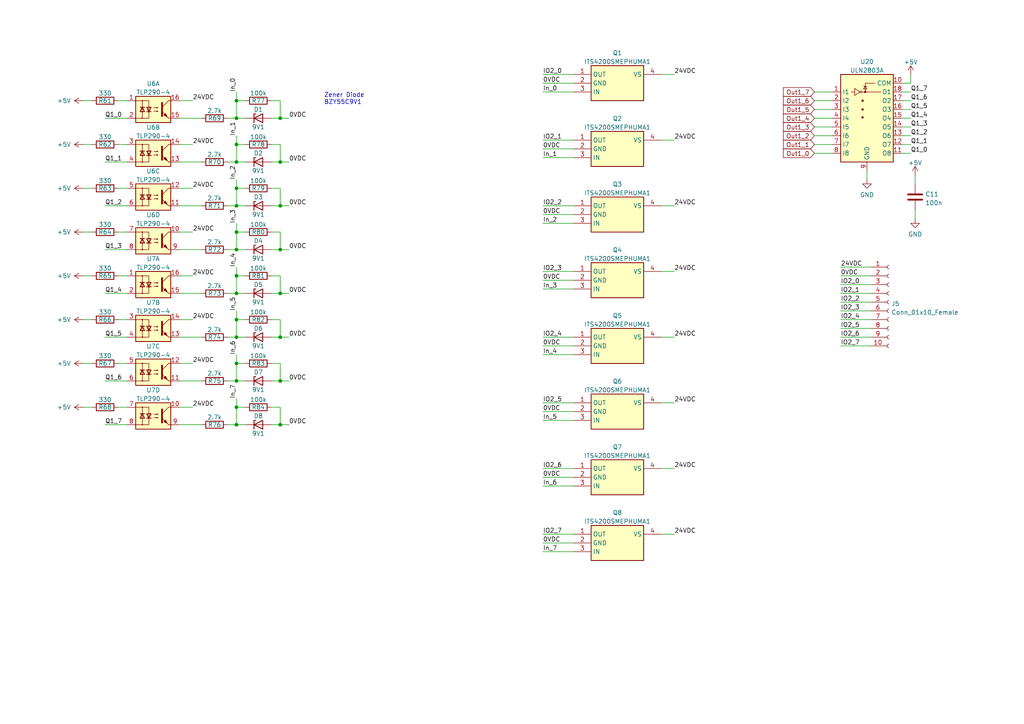
<source format=kicad_sch>
(kicad_sch (version 20230121) (generator eeschema)

  (uuid 099dc668-5e77-4993-91a5-5ce9bdac7504)

  (paper "A4")

  (lib_symbols
    (symbol "Added:ITS4200SMEPHUMA1" (in_bom yes) (on_board yes)
      (property "Reference" "Q" (at 12.7 6.35 0)
        (effects (font (size 1.27 1.27)))
      )
      (property "Value" "ITS4200SMEPHUMA1" (at 12.7 3.81 0)
        (effects (font (size 1.27 1.27)))
      )
      (property "Footprint" "Added:SOT230P700X170-4N" (at 12.7 -11.43 0)
        (effects (font (size 1.27 1.27)) hide)
      )
      (property "Datasheet" "https://componentsearchengine.com/Datasheets/2/ITS4200SMEPHUMA1.pdf" (at 11.43 -13.97 0)
        (effects (font (size 1.27 1.27)) hide)
      )
      (property "Mouser Price/Stock" "https://www.mouser.co.uk/ProductDetail/Infineon-Technologies/ITS4200SMEPHUMA1?qs=OwbwYO03UsKJsLSaYj%2FSKw%3D%3D" (at 21.59 -594.92 0)
        (effects (font (size 1.27 1.27)) (justify left top) hide)
      )
      (property "Manufacturer_Name" "Infineon" (at 21.59 -694.92 0)
        (effects (font (size 1.27 1.27)) (justify left top) hide)
      )
      (property "Manufacturer_Part_Number" "ITS4200SMEPHUMA1" (at 21.59 -794.92 0)
        (effects (font (size 1.27 1.27)) (justify left top) hide)
      )
      (property "ki_description" "INFINEON - ITS4200SMEPHUMA1 - , AEC-Q100, , 1, 13.5 V, 2.2 A/0.15 ohm, SOT-223-4" (at 0 0 0)
        (effects (font (size 1.27 1.27)) hide)
      )
      (symbol "ITS4200SMEPHUMA1_1_1"
        (rectangle (start 5.08 2.54) (end 20.32 -7.62)
          (stroke (width 0.254) (type default))
          (fill (type background))
        )
        (pin passive line (at 0 0 0) (length 5.08)
          (name "OUT" (effects (font (size 1.27 1.27))))
          (number "1" (effects (font (size 1.27 1.27))))
        )
        (pin passive line (at 0 -2.54 0) (length 5.08)
          (name "GND" (effects (font (size 1.27 1.27))))
          (number "2" (effects (font (size 1.27 1.27))))
        )
        (pin passive line (at 0 -5.08 0) (length 5.08)
          (name "IN" (effects (font (size 1.27 1.27))))
          (number "3" (effects (font (size 1.27 1.27))))
        )
        (pin passive line (at 25.4 0 180) (length 5.08)
          (name "VS" (effects (font (size 1.27 1.27))))
          (number "4" (effects (font (size 1.27 1.27))))
        )
      )
    )
    (symbol "Connector:Conn_01x10_Female" (pin_names (offset 1.016) hide) (in_bom yes) (on_board yes)
      (property "Reference" "J" (at 0 12.7 0)
        (effects (font (size 1.27 1.27)))
      )
      (property "Value" "Conn_01x10_Female" (at 0 -15.24 0)
        (effects (font (size 1.27 1.27)))
      )
      (property "Footprint" "" (at 0 0 0)
        (effects (font (size 1.27 1.27)) hide)
      )
      (property "Datasheet" "~" (at 0 0 0)
        (effects (font (size 1.27 1.27)) hide)
      )
      (property "ki_keywords" "connector" (at 0 0 0)
        (effects (font (size 1.27 1.27)) hide)
      )
      (property "ki_description" "Generic connector, single row, 01x10, script generated (kicad-library-utils/schlib/autogen/connector/)" (at 0 0 0)
        (effects (font (size 1.27 1.27)) hide)
      )
      (property "ki_fp_filters" "Connector*:*_1x??_*" (at 0 0 0)
        (effects (font (size 1.27 1.27)) hide)
      )
      (symbol "Conn_01x10_Female_1_1"
        (arc (start 0 -12.192) (mid -0.5058 -12.7) (end 0 -13.208)
          (stroke (width 0.1524) (type default))
          (fill (type none))
        )
        (arc (start 0 -9.652) (mid -0.5058 -10.16) (end 0 -10.668)
          (stroke (width 0.1524) (type default))
          (fill (type none))
        )
        (arc (start 0 -7.112) (mid -0.5058 -7.62) (end 0 -8.128)
          (stroke (width 0.1524) (type default))
          (fill (type none))
        )
        (arc (start 0 -4.572) (mid -0.5058 -5.08) (end 0 -5.588)
          (stroke (width 0.1524) (type default))
          (fill (type none))
        )
        (arc (start 0 -2.032) (mid -0.5058 -2.54) (end 0 -3.048)
          (stroke (width 0.1524) (type default))
          (fill (type none))
        )
        (polyline
          (pts
            (xy -1.27 -12.7)
            (xy -0.508 -12.7)
          )
          (stroke (width 0.1524) (type default))
          (fill (type none))
        )
        (polyline
          (pts
            (xy -1.27 -10.16)
            (xy -0.508 -10.16)
          )
          (stroke (width 0.1524) (type default))
          (fill (type none))
        )
        (polyline
          (pts
            (xy -1.27 -7.62)
            (xy -0.508 -7.62)
          )
          (stroke (width 0.1524) (type default))
          (fill (type none))
        )
        (polyline
          (pts
            (xy -1.27 -5.08)
            (xy -0.508 -5.08)
          )
          (stroke (width 0.1524) (type default))
          (fill (type none))
        )
        (polyline
          (pts
            (xy -1.27 -2.54)
            (xy -0.508 -2.54)
          )
          (stroke (width 0.1524) (type default))
          (fill (type none))
        )
        (polyline
          (pts
            (xy -1.27 0)
            (xy -0.508 0)
          )
          (stroke (width 0.1524) (type default))
          (fill (type none))
        )
        (polyline
          (pts
            (xy -1.27 2.54)
            (xy -0.508 2.54)
          )
          (stroke (width 0.1524) (type default))
          (fill (type none))
        )
        (polyline
          (pts
            (xy -1.27 5.08)
            (xy -0.508 5.08)
          )
          (stroke (width 0.1524) (type default))
          (fill (type none))
        )
        (polyline
          (pts
            (xy -1.27 7.62)
            (xy -0.508 7.62)
          )
          (stroke (width 0.1524) (type default))
          (fill (type none))
        )
        (polyline
          (pts
            (xy -1.27 10.16)
            (xy -0.508 10.16)
          )
          (stroke (width 0.1524) (type default))
          (fill (type none))
        )
        (arc (start 0 0.508) (mid -0.5058 0) (end 0 -0.508)
          (stroke (width 0.1524) (type default))
          (fill (type none))
        )
        (arc (start 0 3.048) (mid -0.5058 2.54) (end 0 2.032)
          (stroke (width 0.1524) (type default))
          (fill (type none))
        )
        (arc (start 0 5.588) (mid -0.5058 5.08) (end 0 4.572)
          (stroke (width 0.1524) (type default))
          (fill (type none))
        )
        (arc (start 0 8.128) (mid -0.5058 7.62) (end 0 7.112)
          (stroke (width 0.1524) (type default))
          (fill (type none))
        )
        (arc (start 0 10.668) (mid -0.5058 10.16) (end 0 9.652)
          (stroke (width 0.1524) (type default))
          (fill (type none))
        )
        (pin passive line (at -5.08 10.16 0) (length 3.81)
          (name "Pin_1" (effects (font (size 1.27 1.27))))
          (number "1" (effects (font (size 1.27 1.27))))
        )
        (pin passive line (at -5.08 -12.7 0) (length 3.81)
          (name "Pin_10" (effects (font (size 1.27 1.27))))
          (number "10" (effects (font (size 1.27 1.27))))
        )
        (pin passive line (at -5.08 7.62 0) (length 3.81)
          (name "Pin_2" (effects (font (size 1.27 1.27))))
          (number "2" (effects (font (size 1.27 1.27))))
        )
        (pin passive line (at -5.08 5.08 0) (length 3.81)
          (name "Pin_3" (effects (font (size 1.27 1.27))))
          (number "3" (effects (font (size 1.27 1.27))))
        )
        (pin passive line (at -5.08 2.54 0) (length 3.81)
          (name "Pin_4" (effects (font (size 1.27 1.27))))
          (number "4" (effects (font (size 1.27 1.27))))
        )
        (pin passive line (at -5.08 0 0) (length 3.81)
          (name "Pin_5" (effects (font (size 1.27 1.27))))
          (number "5" (effects (font (size 1.27 1.27))))
        )
        (pin passive line (at -5.08 -2.54 0) (length 3.81)
          (name "Pin_6" (effects (font (size 1.27 1.27))))
          (number "6" (effects (font (size 1.27 1.27))))
        )
        (pin passive line (at -5.08 -5.08 0) (length 3.81)
          (name "Pin_7" (effects (font (size 1.27 1.27))))
          (number "7" (effects (font (size 1.27 1.27))))
        )
        (pin passive line (at -5.08 -7.62 0) (length 3.81)
          (name "Pin_8" (effects (font (size 1.27 1.27))))
          (number "8" (effects (font (size 1.27 1.27))))
        )
        (pin passive line (at -5.08 -10.16 0) (length 3.81)
          (name "Pin_9" (effects (font (size 1.27 1.27))))
          (number "9" (effects (font (size 1.27 1.27))))
        )
      )
    )
    (symbol "Device:C" (pin_numbers hide) (pin_names (offset 0.254)) (in_bom yes) (on_board yes)
      (property "Reference" "C" (at 0.635 2.54 0)
        (effects (font (size 1.27 1.27)) (justify left))
      )
      (property "Value" "C" (at 0.635 -2.54 0)
        (effects (font (size 1.27 1.27)) (justify left))
      )
      (property "Footprint" "" (at 0.9652 -3.81 0)
        (effects (font (size 1.27 1.27)) hide)
      )
      (property "Datasheet" "~" (at 0 0 0)
        (effects (font (size 1.27 1.27)) hide)
      )
      (property "ki_keywords" "cap capacitor" (at 0 0 0)
        (effects (font (size 1.27 1.27)) hide)
      )
      (property "ki_description" "Unpolarized capacitor" (at 0 0 0)
        (effects (font (size 1.27 1.27)) hide)
      )
      (property "ki_fp_filters" "C_*" (at 0 0 0)
        (effects (font (size 1.27 1.27)) hide)
      )
      (symbol "C_0_1"
        (polyline
          (pts
            (xy -2.032 -0.762)
            (xy 2.032 -0.762)
          )
          (stroke (width 0.508) (type default))
          (fill (type none))
        )
        (polyline
          (pts
            (xy -2.032 0.762)
            (xy 2.032 0.762)
          )
          (stroke (width 0.508) (type default))
          (fill (type none))
        )
      )
      (symbol "C_1_1"
        (pin passive line (at 0 3.81 270) (length 2.794)
          (name "~" (effects (font (size 1.27 1.27))))
          (number "1" (effects (font (size 1.27 1.27))))
        )
        (pin passive line (at 0 -3.81 90) (length 2.794)
          (name "~" (effects (font (size 1.27 1.27))))
          (number "2" (effects (font (size 1.27 1.27))))
        )
      )
    )
    (symbol "Device:D_Zener" (pin_numbers hide) (pin_names (offset 1.016) hide) (in_bom yes) (on_board yes)
      (property "Reference" "D" (at 0 2.54 0)
        (effects (font (size 1.27 1.27)))
      )
      (property "Value" "D_Zener" (at 0 -2.54 0)
        (effects (font (size 1.27 1.27)))
      )
      (property "Footprint" "" (at 0 0 0)
        (effects (font (size 1.27 1.27)) hide)
      )
      (property "Datasheet" "~" (at 0 0 0)
        (effects (font (size 1.27 1.27)) hide)
      )
      (property "ki_keywords" "diode" (at 0 0 0)
        (effects (font (size 1.27 1.27)) hide)
      )
      (property "ki_description" "Zener diode" (at 0 0 0)
        (effects (font (size 1.27 1.27)) hide)
      )
      (property "ki_fp_filters" "TO-???* *_Diode_* *SingleDiode* D_*" (at 0 0 0)
        (effects (font (size 1.27 1.27)) hide)
      )
      (symbol "D_Zener_0_1"
        (polyline
          (pts
            (xy 1.27 0)
            (xy -1.27 0)
          )
          (stroke (width 0) (type default))
          (fill (type none))
        )
        (polyline
          (pts
            (xy -1.27 -1.27)
            (xy -1.27 1.27)
            (xy -0.762 1.27)
          )
          (stroke (width 0.254) (type default))
          (fill (type none))
        )
        (polyline
          (pts
            (xy 1.27 -1.27)
            (xy 1.27 1.27)
            (xy -1.27 0)
            (xy 1.27 -1.27)
          )
          (stroke (width 0.254) (type default))
          (fill (type none))
        )
      )
      (symbol "D_Zener_1_1"
        (pin passive line (at -3.81 0 0) (length 2.54)
          (name "K" (effects (font (size 1.27 1.27))))
          (number "1" (effects (font (size 1.27 1.27))))
        )
        (pin passive line (at 3.81 0 180) (length 2.54)
          (name "A" (effects (font (size 1.27 1.27))))
          (number "2" (effects (font (size 1.27 1.27))))
        )
      )
    )
    (symbol "Device:R" (pin_numbers hide) (pin_names (offset 0)) (in_bom yes) (on_board yes)
      (property "Reference" "R" (at 2.032 0 90)
        (effects (font (size 1.27 1.27)))
      )
      (property "Value" "R" (at 0 0 90)
        (effects (font (size 1.27 1.27)))
      )
      (property "Footprint" "" (at -1.778 0 90)
        (effects (font (size 1.27 1.27)) hide)
      )
      (property "Datasheet" "~" (at 0 0 0)
        (effects (font (size 1.27 1.27)) hide)
      )
      (property "ki_keywords" "R res resistor" (at 0 0 0)
        (effects (font (size 1.27 1.27)) hide)
      )
      (property "ki_description" "Resistor" (at 0 0 0)
        (effects (font (size 1.27 1.27)) hide)
      )
      (property "ki_fp_filters" "R_*" (at 0 0 0)
        (effects (font (size 1.27 1.27)) hide)
      )
      (symbol "R_0_1"
        (rectangle (start -1.016 -2.54) (end 1.016 2.54)
          (stroke (width 0.254) (type default))
          (fill (type none))
        )
      )
      (symbol "R_1_1"
        (pin passive line (at 0 3.81 270) (length 1.27)
          (name "~" (effects (font (size 1.27 1.27))))
          (number "1" (effects (font (size 1.27 1.27))))
        )
        (pin passive line (at 0 -3.81 90) (length 1.27)
          (name "~" (effects (font (size 1.27 1.27))))
          (number "2" (effects (font (size 1.27 1.27))))
        )
      )
    )
    (symbol "Isolator:TLP290-4" (pin_names (offset 1.016)) (in_bom yes) (on_board yes)
      (property "Reference" "U" (at -5.08 5.08 0)
        (effects (font (size 1.27 1.27)) (justify left))
      )
      (property "Value" "TLP290-4" (at 0 5.08 0)
        (effects (font (size 1.27 1.27)) (justify left))
      )
      (property "Footprint" "Package_SO:SOP-16_4.55x10.3mm_P1.27mm" (at -21.59 -5.08 0)
        (effects (font (size 1.27 1.27) italic) (justify left) hide)
      )
      (property "Datasheet" "https://toshiba.semicon-storage.com/info/docget.jsp?did=12855&prodName=TLP290-4" (at 0.635 0 0)
        (effects (font (size 1.27 1.27)) (justify left) hide)
      )
      (property "ki_keywords" "NPN AC DC Quad Phototransistor Optocoupler" (at 0 0 0)
        (effects (font (size 1.27 1.27)) hide)
      )
      (property "ki_description" "Quad AC/DC Phototransistor Optocoupler, Vce 80V, CTR 50-600%, SOP16" (at 0 0 0)
        (effects (font (size 1.27 1.27)) hide)
      )
      (property "ki_fp_filters" "SOP*4.55x10.3mm*P1.27mm*" (at 0 0 0)
        (effects (font (size 1.27 1.27)) hide)
      )
      (symbol "TLP290-4_0_1"
        (rectangle (start -5.08 3.81) (end 5.08 -3.81)
          (stroke (width 0.254) (type default))
          (fill (type background))
        )
        (circle (center -3.175 -2.54) (radius 0.127)
          (stroke (width 0) (type default))
          (fill (type none))
        )
        (circle (center -3.175 2.54) (radius 0.127)
          (stroke (width 0) (type default))
          (fill (type none))
        )
        (polyline
          (pts
            (xy -3.81 0.635)
            (xy -2.54 0.635)
          )
          (stroke (width 0.254) (type default))
          (fill (type none))
        )
        (polyline
          (pts
            (xy -3.175 -0.635)
            (xy -3.175 -2.54)
          )
          (stroke (width 0) (type default))
          (fill (type none))
        )
        (polyline
          (pts
            (xy -3.175 -0.635)
            (xy -3.175 2.54)
          )
          (stroke (width 0) (type default))
          (fill (type none))
        )
        (polyline
          (pts
            (xy -1.905 -0.635)
            (xy -0.635 -0.635)
          )
          (stroke (width 0.254) (type default))
          (fill (type none))
        )
        (polyline
          (pts
            (xy 2.54 0.635)
            (xy 4.445 2.54)
          )
          (stroke (width 0) (type default))
          (fill (type none))
        )
        (polyline
          (pts
            (xy 4.445 -2.54)
            (xy 2.54 -0.635)
          )
          (stroke (width 0) (type default))
          (fill (type outline))
        )
        (polyline
          (pts
            (xy 4.445 -2.54)
            (xy 5.08 -2.54)
          )
          (stroke (width 0) (type default))
          (fill (type none))
        )
        (polyline
          (pts
            (xy 4.445 2.54)
            (xy 5.08 2.54)
          )
          (stroke (width 0) (type default))
          (fill (type none))
        )
        (polyline
          (pts
            (xy -5.08 2.54)
            (xy -1.27 2.54)
            (xy -1.27 -0.635)
          )
          (stroke (width 0) (type default))
          (fill (type none))
        )
        (polyline
          (pts
            (xy -1.27 -0.635)
            (xy -1.27 -2.54)
            (xy -5.08 -2.54)
          )
          (stroke (width 0) (type default))
          (fill (type none))
        )
        (polyline
          (pts
            (xy 2.54 1.905)
            (xy 2.54 -1.905)
            (xy 2.54 -1.905)
          )
          (stroke (width 0.508) (type default))
          (fill (type none))
        )
        (polyline
          (pts
            (xy -3.175 0.635)
            (xy -3.81 -0.635)
            (xy -2.54 -0.635)
            (xy -3.175 0.635)
          )
          (stroke (width 0.254) (type default))
          (fill (type none))
        )
        (polyline
          (pts
            (xy -1.27 -0.635)
            (xy -1.905 0.635)
            (xy -0.635 0.635)
            (xy -1.27 -0.635)
          )
          (stroke (width 0.254) (type default))
          (fill (type none))
        )
        (polyline
          (pts
            (xy 0.127 -0.508)
            (xy 1.397 -0.508)
            (xy 1.016 -0.635)
            (xy 1.016 -0.381)
            (xy 1.397 -0.508)
          )
          (stroke (width 0) (type default))
          (fill (type none))
        )
        (polyline
          (pts
            (xy 0.127 0.508)
            (xy 1.397 0.508)
            (xy 1.016 0.381)
            (xy 1.016 0.635)
            (xy 1.397 0.508)
          )
          (stroke (width 0) (type default))
          (fill (type none))
        )
        (polyline
          (pts
            (xy 3.048 -1.651)
            (xy 3.556 -1.143)
            (xy 4.064 -2.159)
            (xy 3.048 -1.651)
            (xy 3.048 -1.651)
          )
          (stroke (width 0) (type default))
          (fill (type outline))
        )
      )
      (symbol "TLP290-4_1_1"
        (pin passive line (at -7.62 2.54 0) (length 2.54)
          (name "~" (effects (font (size 1.27 1.27))))
          (number "1" (effects (font (size 1.27 1.27))))
        )
        (pin passive line (at 7.62 -2.54 180) (length 2.54)
          (name "~" (effects (font (size 1.27 1.27))))
          (number "15" (effects (font (size 1.27 1.27))))
        )
        (pin passive line (at 7.62 2.54 180) (length 2.54)
          (name "~" (effects (font (size 1.27 1.27))))
          (number "16" (effects (font (size 1.27 1.27))))
        )
        (pin passive line (at -7.62 -2.54 0) (length 2.54)
          (name "~" (effects (font (size 1.27 1.27))))
          (number "2" (effects (font (size 1.27 1.27))))
        )
      )
      (symbol "TLP290-4_2_1"
        (pin passive line (at 7.62 -2.54 180) (length 2.54)
          (name "~" (effects (font (size 1.27 1.27))))
          (number "13" (effects (font (size 1.27 1.27))))
        )
        (pin passive line (at 7.62 2.54 180) (length 2.54)
          (name "~" (effects (font (size 1.27 1.27))))
          (number "14" (effects (font (size 1.27 1.27))))
        )
        (pin passive line (at -7.62 2.54 0) (length 2.54)
          (name "~" (effects (font (size 1.27 1.27))))
          (number "3" (effects (font (size 1.27 1.27))))
        )
        (pin passive line (at -7.62 -2.54 0) (length 2.54)
          (name "~" (effects (font (size 1.27 1.27))))
          (number "4" (effects (font (size 1.27 1.27))))
        )
      )
      (symbol "TLP290-4_3_1"
        (pin passive line (at 7.62 -2.54 180) (length 2.54)
          (name "~" (effects (font (size 1.27 1.27))))
          (number "11" (effects (font (size 1.27 1.27))))
        )
        (pin passive line (at 7.62 2.54 180) (length 2.54)
          (name "~" (effects (font (size 1.27 1.27))))
          (number "12" (effects (font (size 1.27 1.27))))
        )
        (pin passive line (at -7.62 2.54 0) (length 2.54)
          (name "~" (effects (font (size 1.27 1.27))))
          (number "5" (effects (font (size 1.27 1.27))))
        )
        (pin passive line (at -7.62 -2.54 0) (length 2.54)
          (name "~" (effects (font (size 1.27 1.27))))
          (number "6" (effects (font (size 1.27 1.27))))
        )
      )
      (symbol "TLP290-4_4_1"
        (pin passive line (at 7.62 2.54 180) (length 2.54)
          (name "~" (effects (font (size 1.27 1.27))))
          (number "10" (effects (font (size 1.27 1.27))))
        )
        (pin passive line (at -7.62 2.54 0) (length 2.54)
          (name "~" (effects (font (size 1.27 1.27))))
          (number "7" (effects (font (size 1.27 1.27))))
        )
        (pin passive line (at -7.62 -2.54 0) (length 2.54)
          (name "~" (effects (font (size 1.27 1.27))))
          (number "8" (effects (font (size 1.27 1.27))))
        )
        (pin passive line (at 7.62 -2.54 180) (length 2.54)
          (name "~" (effects (font (size 1.27 1.27))))
          (number "9" (effects (font (size 1.27 1.27))))
        )
      )
    )
    (symbol "Transistor_Array:ULN2803A" (in_bom yes) (on_board yes)
      (property "Reference" "U" (at 0 13.335 0)
        (effects (font (size 1.27 1.27)))
      )
      (property "Value" "ULN2803A" (at 0 11.43 0)
        (effects (font (size 1.27 1.27)))
      )
      (property "Footprint" "" (at 1.27 -16.51 0)
        (effects (font (size 1.27 1.27)) (justify left) hide)
      )
      (property "Datasheet" "http://www.ti.com/lit/ds/symlink/uln2803a.pdf" (at 2.54 -5.08 0)
        (effects (font (size 1.27 1.27)) hide)
      )
      (property "ki_keywords" "Darlington transistor array" (at 0 0 0)
        (effects (font (size 1.27 1.27)) hide)
      )
      (property "ki_description" "Darlington Transistor Arrays, SOIC18/DIP18" (at 0 0 0)
        (effects (font (size 1.27 1.27)) hide)
      )
      (property "ki_fp_filters" "DIP*W7.62mm* SOIC*7.5x11.6mm*P1.27mm*" (at 0 0 0)
        (effects (font (size 1.27 1.27)) hide)
      )
      (symbol "ULN2803A_0_1"
        (rectangle (start -7.62 -15.24) (end 7.62 10.16)
          (stroke (width 0.254) (type default))
          (fill (type background))
        )
        (circle (center -1.778 5.08) (radius 0.254)
          (stroke (width 0) (type default))
          (fill (type none))
        )
        (circle (center -1.27 -2.286) (radius 0.254)
          (stroke (width 0) (type default))
          (fill (type outline))
        )
        (circle (center -1.27 0) (radius 0.254)
          (stroke (width 0) (type default))
          (fill (type outline))
        )
        (circle (center -1.27 2.54) (radius 0.254)
          (stroke (width 0) (type default))
          (fill (type outline))
        )
        (circle (center -0.508 5.08) (radius 0.254)
          (stroke (width 0) (type default))
          (fill (type outline))
        )
        (polyline
          (pts
            (xy -4.572 5.08)
            (xy -3.556 5.08)
          )
          (stroke (width 0) (type default))
          (fill (type none))
        )
        (polyline
          (pts
            (xy -1.524 5.08)
            (xy 4.064 5.08)
          )
          (stroke (width 0) (type default))
          (fill (type none))
        )
        (polyline
          (pts
            (xy 0 6.731)
            (xy -1.016 6.731)
          )
          (stroke (width 0) (type default))
          (fill (type none))
        )
        (polyline
          (pts
            (xy -0.508 5.08)
            (xy -0.508 7.62)
            (xy 2.286 7.62)
          )
          (stroke (width 0) (type default))
          (fill (type none))
        )
        (polyline
          (pts
            (xy -3.556 6.096)
            (xy -3.556 4.064)
            (xy -2.032 5.08)
            (xy -3.556 6.096)
          )
          (stroke (width 0) (type default))
          (fill (type none))
        )
        (polyline
          (pts
            (xy 0 5.969)
            (xy -1.016 5.969)
            (xy -0.508 6.731)
            (xy 0 5.969)
          )
          (stroke (width 0) (type default))
          (fill (type none))
        )
      )
      (symbol "ULN2803A_1_1"
        (pin input line (at -10.16 5.08 0) (length 2.54)
          (name "I1" (effects (font (size 1.27 1.27))))
          (number "1" (effects (font (size 1.27 1.27))))
        )
        (pin passive line (at 10.16 7.62 180) (length 2.54)
          (name "COM" (effects (font (size 1.27 1.27))))
          (number "10" (effects (font (size 1.27 1.27))))
        )
        (pin open_collector line (at 10.16 -12.7 180) (length 2.54)
          (name "O8" (effects (font (size 1.27 1.27))))
          (number "11" (effects (font (size 1.27 1.27))))
        )
        (pin open_collector line (at 10.16 -10.16 180) (length 2.54)
          (name "O7" (effects (font (size 1.27 1.27))))
          (number "12" (effects (font (size 1.27 1.27))))
        )
        (pin open_collector line (at 10.16 -7.62 180) (length 2.54)
          (name "O6" (effects (font (size 1.27 1.27))))
          (number "13" (effects (font (size 1.27 1.27))))
        )
        (pin open_collector line (at 10.16 -5.08 180) (length 2.54)
          (name "O5" (effects (font (size 1.27 1.27))))
          (number "14" (effects (font (size 1.27 1.27))))
        )
        (pin open_collector line (at 10.16 -2.54 180) (length 2.54)
          (name "O4" (effects (font (size 1.27 1.27))))
          (number "15" (effects (font (size 1.27 1.27))))
        )
        (pin open_collector line (at 10.16 0 180) (length 2.54)
          (name "O3" (effects (font (size 1.27 1.27))))
          (number "16" (effects (font (size 1.27 1.27))))
        )
        (pin open_collector line (at 10.16 2.54 180) (length 2.54)
          (name "O2" (effects (font (size 1.27 1.27))))
          (number "17" (effects (font (size 1.27 1.27))))
        )
        (pin open_collector line (at 10.16 5.08 180) (length 2.54)
          (name "O1" (effects (font (size 1.27 1.27))))
          (number "18" (effects (font (size 1.27 1.27))))
        )
        (pin input line (at -10.16 2.54 0) (length 2.54)
          (name "I2" (effects (font (size 1.27 1.27))))
          (number "2" (effects (font (size 1.27 1.27))))
        )
        (pin input line (at -10.16 0 0) (length 2.54)
          (name "I3" (effects (font (size 1.27 1.27))))
          (number "3" (effects (font (size 1.27 1.27))))
        )
        (pin input line (at -10.16 -2.54 0) (length 2.54)
          (name "I4" (effects (font (size 1.27 1.27))))
          (number "4" (effects (font (size 1.27 1.27))))
        )
        (pin input line (at -10.16 -5.08 0) (length 2.54)
          (name "I5" (effects (font (size 1.27 1.27))))
          (number "5" (effects (font (size 1.27 1.27))))
        )
        (pin input line (at -10.16 -7.62 0) (length 2.54)
          (name "I6" (effects (font (size 1.27 1.27))))
          (number "6" (effects (font (size 1.27 1.27))))
        )
        (pin input line (at -10.16 -10.16 0) (length 2.54)
          (name "I7" (effects (font (size 1.27 1.27))))
          (number "7" (effects (font (size 1.27 1.27))))
        )
        (pin input line (at -10.16 -12.7 0) (length 2.54)
          (name "I8" (effects (font (size 1.27 1.27))))
          (number "8" (effects (font (size 1.27 1.27))))
        )
        (pin power_in line (at 0 -17.78 90) (length 2.54)
          (name "GND" (effects (font (size 1.27 1.27))))
          (number "9" (effects (font (size 1.27 1.27))))
        )
      )
    )
    (symbol "power:+5V" (power) (pin_names (offset 0)) (in_bom yes) (on_board yes)
      (property "Reference" "#PWR" (at 0 -3.81 0)
        (effects (font (size 1.27 1.27)) hide)
      )
      (property "Value" "+5V" (at 0 3.556 0)
        (effects (font (size 1.27 1.27)))
      )
      (property "Footprint" "" (at 0 0 0)
        (effects (font (size 1.27 1.27)) hide)
      )
      (property "Datasheet" "" (at 0 0 0)
        (effects (font (size 1.27 1.27)) hide)
      )
      (property "ki_keywords" "power-flag" (at 0 0 0)
        (effects (font (size 1.27 1.27)) hide)
      )
      (property "ki_description" "Power symbol creates a global label with name \"+5V\"" (at 0 0 0)
        (effects (font (size 1.27 1.27)) hide)
      )
      (symbol "+5V_0_1"
        (polyline
          (pts
            (xy -0.762 1.27)
            (xy 0 2.54)
          )
          (stroke (width 0) (type default))
          (fill (type none))
        )
        (polyline
          (pts
            (xy 0 0)
            (xy 0 2.54)
          )
          (stroke (width 0) (type default))
          (fill (type none))
        )
        (polyline
          (pts
            (xy 0 2.54)
            (xy 0.762 1.27)
          )
          (stroke (width 0) (type default))
          (fill (type none))
        )
      )
      (symbol "+5V_1_1"
        (pin power_in line (at 0 0 90) (length 0) hide
          (name "+5V" (effects (font (size 1.27 1.27))))
          (number "1" (effects (font (size 1.27 1.27))))
        )
      )
    )
    (symbol "power:GND" (power) (pin_names (offset 0)) (in_bom yes) (on_board yes)
      (property "Reference" "#PWR" (at 0 -6.35 0)
        (effects (font (size 1.27 1.27)) hide)
      )
      (property "Value" "GND" (at 0 -3.81 0)
        (effects (font (size 1.27 1.27)))
      )
      (property "Footprint" "" (at 0 0 0)
        (effects (font (size 1.27 1.27)) hide)
      )
      (property "Datasheet" "" (at 0 0 0)
        (effects (font (size 1.27 1.27)) hide)
      )
      (property "ki_keywords" "power-flag" (at 0 0 0)
        (effects (font (size 1.27 1.27)) hide)
      )
      (property "ki_description" "Power symbol creates a global label with name \"GND\" , ground" (at 0 0 0)
        (effects (font (size 1.27 1.27)) hide)
      )
      (symbol "GND_0_1"
        (polyline
          (pts
            (xy 0 0)
            (xy 0 -1.27)
            (xy 1.27 -1.27)
            (xy 0 -2.54)
            (xy -1.27 -1.27)
            (xy 0 -1.27)
          )
          (stroke (width 0) (type default))
          (fill (type none))
        )
      )
      (symbol "GND_1_1"
        (pin power_in line (at 0 0 270) (length 0) hide
          (name "GND" (effects (font (size 1.27 1.27))))
          (number "1" (effects (font (size 1.27 1.27))))
        )
      )
    )
  )

  (junction (at 68.58 85.09) (diameter 0) (color 0 0 0 0)
    (uuid 110ac113-fa39-4553-a7bf-36a866c43512)
  )
  (junction (at 81.28 59.69) (diameter 0) (color 0 0 0 0)
    (uuid 153d9f34-0a97-4099-a36f-9d772c7ad40a)
  )
  (junction (at 81.28 97.79) (diameter 0) (color 0 0 0 0)
    (uuid 28c7ca47-9b6b-4951-8f6e-0af7f6d3a946)
  )
  (junction (at 81.28 123.19) (diameter 0) (color 0 0 0 0)
    (uuid 5dd21449-025b-4941-9f65-e6761a556bf4)
  )
  (junction (at 68.58 34.29) (diameter 0) (color 0 0 0 0)
    (uuid 7b5f5bbf-a6c0-45ed-b71a-e8c94c4f6c69)
  )
  (junction (at 68.58 67.31) (diameter 0) (color 0 0 0 0)
    (uuid 82aa6484-2940-494d-ac15-695d35cfecf5)
  )
  (junction (at 81.28 34.29) (diameter 0) (color 0 0 0 0)
    (uuid 84304e48-e620-43ac-8e8e-24c53aba0b34)
  )
  (junction (at 68.58 46.99) (diameter 0) (color 0 0 0 0)
    (uuid 864ce975-2350-485b-9f92-a50a9615b1d8)
  )
  (junction (at 68.58 72.39) (diameter 0) (color 0 0 0 0)
    (uuid 9544d73d-2a11-4b66-830e-afb9b211a82d)
  )
  (junction (at 68.58 54.61) (diameter 0) (color 0 0 0 0)
    (uuid 9bdcd051-3cda-47bf-97f9-bd7facb1ff8f)
  )
  (junction (at 68.58 92.71) (diameter 0) (color 0 0 0 0)
    (uuid a2eab643-9a5d-44cb-8cca-309c02158ece)
  )
  (junction (at 68.58 118.11) (diameter 0) (color 0 0 0 0)
    (uuid ae76a9c4-1822-40bb-a864-aaca92bda259)
  )
  (junction (at 81.28 85.09) (diameter 0) (color 0 0 0 0)
    (uuid b9253aec-62ea-43f9-8b08-148a12f5a5ff)
  )
  (junction (at 68.58 97.79) (diameter 0) (color 0 0 0 0)
    (uuid bba9b2ca-0ccd-4434-8c60-04a7b78a46ba)
  )
  (junction (at 68.58 41.91) (diameter 0) (color 0 0 0 0)
    (uuid c08d31e8-d4e0-4f35-b718-eed854ad52ee)
  )
  (junction (at 81.28 72.39) (diameter 0) (color 0 0 0 0)
    (uuid c27ee009-ecf6-4bf1-bd7f-b619efe1bc03)
  )
  (junction (at 68.58 80.01) (diameter 0) (color 0 0 0 0)
    (uuid ca2f2c7f-85b9-4d16-8854-1603f265358e)
  )
  (junction (at 68.58 105.41) (diameter 0) (color 0 0 0 0)
    (uuid cf643348-2b11-4b3e-be8e-29ce46d88790)
  )
  (junction (at 81.28 46.99) (diameter 0) (color 0 0 0 0)
    (uuid d4b3f980-ce41-4af9-9224-dbb9af9bad84)
  )
  (junction (at 68.58 123.19) (diameter 0) (color 0 0 0 0)
    (uuid d95490f2-3181-44c4-a7f4-592ea2f0a2d2)
  )
  (junction (at 81.28 110.49) (diameter 0) (color 0 0 0 0)
    (uuid eac56c5a-6753-433f-b82b-e74fbfce4ffd)
  )
  (junction (at 68.58 59.69) (diameter 0) (color 0 0 0 0)
    (uuid ee081167-d67c-43d4-b18a-5d18fd9b5ac6)
  )
  (junction (at 68.58 29.21) (diameter 0) (color 0 0 0 0)
    (uuid eec7cdf0-a20e-4962-8d38-93584fa5b464)
  )
  (junction (at 68.58 110.49) (diameter 0) (color 0 0 0 0)
    (uuid ff841e24-fd4e-410a-93c6-c4b34358bdf6)
  )

  (wire (pts (xy 191.77 154.94) (xy 195.58 154.94))
    (stroke (width 0) (type default))
    (uuid 02b11687-7437-4505-b61f-4b10477d73da)
  )
  (wire (pts (xy 66.04 123.19) (xy 68.58 123.19))
    (stroke (width 0) (type default))
    (uuid 032e47f1-5613-409e-b9c4-f15a1e4287df)
  )
  (wire (pts (xy 236.22 44.45) (xy 241.3 44.45))
    (stroke (width 0) (type default))
    (uuid 065bb798-cb8c-4a7f-9aaa-cda44f52c26c)
  )
  (wire (pts (xy 157.48 140.97) (xy 166.37 140.97))
    (stroke (width 0) (type default))
    (uuid 068e3637-036c-4b95-986f-a83b26f935aa)
  )
  (wire (pts (xy 157.48 135.89) (xy 166.37 135.89))
    (stroke (width 0) (type default))
    (uuid 0bbdf1dc-fc39-4c38-a042-6b3094350b0c)
  )
  (wire (pts (xy 52.07 29.21) (xy 55.88 29.21))
    (stroke (width 0) (type default))
    (uuid 0c6b8ec5-e610-4f54-af3d-d7af9161af8c)
  )
  (wire (pts (xy 157.48 26.67) (xy 166.37 26.67))
    (stroke (width 0) (type default))
    (uuid 0e7ce5ef-1a1f-4e0c-820a-a3e9acf5a027)
  )
  (wire (pts (xy 68.58 46.99) (xy 71.12 46.99))
    (stroke (width 0) (type default))
    (uuid 1188aa5c-cd7c-47ed-b838-f7c964bf0d61)
  )
  (wire (pts (xy 24.13 118.11) (xy 26.67 118.11))
    (stroke (width 0) (type default))
    (uuid 12ceac68-fa7a-4882-b167-739fdfd2242f)
  )
  (wire (pts (xy 68.58 54.61) (xy 71.12 54.61))
    (stroke (width 0) (type default))
    (uuid 19679651-e41e-4be9-8a3f-25aa828a9efd)
  )
  (wire (pts (xy 81.28 85.09) (xy 78.74 85.09))
    (stroke (width 0) (type default))
    (uuid 19ef8643-48bc-4698-9141-1547280005c6)
  )
  (wire (pts (xy 68.58 72.39) (xy 71.12 72.39))
    (stroke (width 0) (type default))
    (uuid 1afc0236-9a94-4534-8bea-fee13ca9b25e)
  )
  (wire (pts (xy 68.58 72.39) (xy 68.58 67.31))
    (stroke (width 0) (type default))
    (uuid 1ce10561-451d-4652-a613-5edcfd97f497)
  )
  (wire (pts (xy 30.48 110.49) (xy 36.83 110.49))
    (stroke (width 0) (type default))
    (uuid 1e90c52b-35e4-4e4f-b8e5-0dcc0ad58ebc)
  )
  (wire (pts (xy 68.58 97.79) (xy 68.58 92.71))
    (stroke (width 0) (type default))
    (uuid 2007ea62-bfc9-4adf-926e-18db083575a1)
  )
  (wire (pts (xy 34.29 80.01) (xy 36.83 80.01))
    (stroke (width 0) (type default))
    (uuid 205c525e-0f36-4ae3-9535-16c0562a609b)
  )
  (wire (pts (xy 264.16 36.83) (xy 261.62 36.83))
    (stroke (width 0) (type default))
    (uuid 2195f5ec-9ee0-43c6-922f-755d2bf41ca7)
  )
  (wire (pts (xy 30.48 85.09) (xy 36.83 85.09))
    (stroke (width 0) (type default))
    (uuid 21d08ab7-ee96-47ac-8654-fecbff0c54ef)
  )
  (wire (pts (xy 52.07 54.61) (xy 55.88 54.61))
    (stroke (width 0) (type default))
    (uuid 21d3c944-0269-4b3e-a477-2ff58e02b863)
  )
  (wire (pts (xy 191.77 78.74) (xy 195.58 78.74))
    (stroke (width 0) (type default))
    (uuid 241476ac-cf4a-48b3-b651-333be3021d8e)
  )
  (wire (pts (xy 191.77 135.89) (xy 195.58 135.89))
    (stroke (width 0) (type default))
    (uuid 280dcfd0-ff95-4844-800a-3236c6dcc847)
  )
  (wire (pts (xy 66.04 46.99) (xy 68.58 46.99))
    (stroke (width 0) (type default))
    (uuid 28989fb6-79d8-42ae-8ed4-4b3492b4385e)
  )
  (wire (pts (xy 81.28 110.49) (xy 78.74 110.49))
    (stroke (width 0) (type default))
    (uuid 28df3661-0b4d-47f3-9042-e24495d76304)
  )
  (wire (pts (xy 157.48 40.64) (xy 166.37 40.64))
    (stroke (width 0) (type default))
    (uuid 297e0698-2bdf-4dea-b08a-b10317941874)
  )
  (wire (pts (xy 81.28 80.01) (xy 81.28 85.09))
    (stroke (width 0) (type default))
    (uuid 2a3cc2b6-5a74-4ec0-9e6b-fb1ebafd3faf)
  )
  (wire (pts (xy 265.43 50.8) (xy 265.43 53.34))
    (stroke (width 0) (type default))
    (uuid 2aacf3ca-7d41-400b-ba64-6b7c2eee517e)
  )
  (wire (pts (xy 30.48 123.19) (xy 36.83 123.19))
    (stroke (width 0) (type default))
    (uuid 2ae6656e-9272-44f4-bc9a-3d359e91d9c2)
  )
  (wire (pts (xy 52.07 80.01) (xy 55.88 80.01))
    (stroke (width 0) (type default))
    (uuid 2b33e96e-7d61-49bb-9b2d-002b7d6e6dd4)
  )
  (wire (pts (xy 66.04 59.69) (xy 68.58 59.69))
    (stroke (width 0) (type default))
    (uuid 2bd4f018-f9a0-471a-a7b9-2d347c9793dd)
  )
  (wire (pts (xy 78.74 105.41) (xy 81.28 105.41))
    (stroke (width 0) (type default))
    (uuid 2e3eca5e-e4db-4b4e-b2d1-ea6b9df926c0)
  )
  (wire (pts (xy 157.48 43.18) (xy 166.37 43.18))
    (stroke (width 0) (type default))
    (uuid 2ee78a5e-b629-4091-8180-71b7fa3c35fc)
  )
  (wire (pts (xy 236.22 41.91) (xy 241.3 41.91))
    (stroke (width 0) (type default))
    (uuid 3074a711-54bc-4920-a08a-420f54df5c3c)
  )
  (wire (pts (xy 66.04 110.49) (xy 68.58 110.49))
    (stroke (width 0) (type default))
    (uuid 308162c2-9790-4eaf-baf1-ca7fa3ebf552)
  )
  (wire (pts (xy 157.48 102.87) (xy 166.37 102.87))
    (stroke (width 0) (type default))
    (uuid 332abb25-63e3-4c80-81ed-54ae2c1e5506)
  )
  (wire (pts (xy 34.29 54.61) (xy 36.83 54.61))
    (stroke (width 0) (type default))
    (uuid 33d1be6d-0e87-4a90-9fe0-cdaa3f7d68e8)
  )
  (wire (pts (xy 78.74 92.71) (xy 81.28 92.71))
    (stroke (width 0) (type default))
    (uuid 36325712-82ef-4e9f-9b9e-77f35000fc26)
  )
  (wire (pts (xy 52.07 85.09) (xy 58.42 85.09))
    (stroke (width 0) (type default))
    (uuid 3a301b86-93a3-4d6d-9625-f7298b991547)
  )
  (wire (pts (xy 24.13 105.41) (xy 26.67 105.41))
    (stroke (width 0) (type default))
    (uuid 3a58fbf6-a334-4970-aedb-cae930469b99)
  )
  (wire (pts (xy 81.28 72.39) (xy 78.74 72.39))
    (stroke (width 0) (type default))
    (uuid 3d44eb4e-bfb0-496a-a761-fc5b661e120f)
  )
  (wire (pts (xy 261.62 24.13) (xy 264.16 24.13))
    (stroke (width 0) (type default))
    (uuid 3e9fa2ee-69cf-4ae2-aff7-e7e5e0b08e11)
  )
  (wire (pts (xy 243.84 90.17) (xy 252.73 90.17))
    (stroke (width 0) (type default))
    (uuid 40644188-aac0-45be-84d6-0279ba6e1a34)
  )
  (wire (pts (xy 243.84 100.33) (xy 252.73 100.33))
    (stroke (width 0) (type default))
    (uuid 40d81fcb-a1a7-41c0-8243-228efa458746)
  )
  (wire (pts (xy 68.58 105.41) (xy 71.12 105.41))
    (stroke (width 0) (type default))
    (uuid 413b1cb0-9d94-4bd5-8290-3f0c8342972a)
  )
  (wire (pts (xy 24.13 80.01) (xy 26.67 80.01))
    (stroke (width 0) (type default))
    (uuid 4163cc76-9c00-4897-9f82-c8ea990d1c62)
  )
  (wire (pts (xy 157.48 81.28) (xy 166.37 81.28))
    (stroke (width 0) (type default))
    (uuid 423f928c-072d-4fd6-884b-cd8121060972)
  )
  (wire (pts (xy 68.58 29.21) (xy 71.12 29.21))
    (stroke (width 0) (type default))
    (uuid 44d80e3a-2094-40e1-8b11-c6a7bc26a5f4)
  )
  (wire (pts (xy 24.13 92.71) (xy 26.67 92.71))
    (stroke (width 0) (type default))
    (uuid 4525054a-c8e9-4c65-9e02-e9a7619239f1)
  )
  (wire (pts (xy 243.84 87.63) (xy 252.73 87.63))
    (stroke (width 0) (type default))
    (uuid 47712ce2-37d9-41fa-bef7-45ae202985a1)
  )
  (wire (pts (xy 52.07 105.41) (xy 55.88 105.41))
    (stroke (width 0) (type default))
    (uuid 48d05c7b-6451-46fa-be57-d81dd286d0c2)
  )
  (wire (pts (xy 52.07 46.99) (xy 58.42 46.99))
    (stroke (width 0) (type default))
    (uuid 49deb32f-1cc5-4257-a9c5-c1bfe29fbe20)
  )
  (wire (pts (xy 236.22 26.67) (xy 241.3 26.67))
    (stroke (width 0) (type default))
    (uuid 4ac4f894-2792-45a8-a6e1-65aa1733d84e)
  )
  (wire (pts (xy 52.07 72.39) (xy 58.42 72.39))
    (stroke (width 0) (type default))
    (uuid 4ba3fe04-e65b-4116-b11b-124dc35b22c2)
  )
  (wire (pts (xy 68.58 59.69) (xy 71.12 59.69))
    (stroke (width 0) (type default))
    (uuid 4bf170a8-8f9e-4f49-85c6-2fbefc89ff4b)
  )
  (wire (pts (xy 81.28 46.99) (xy 78.74 46.99))
    (stroke (width 0) (type default))
    (uuid 4dadcff7-baae-442f-b4f6-4df93c3c9f25)
  )
  (wire (pts (xy 78.74 54.61) (xy 81.28 54.61))
    (stroke (width 0) (type default))
    (uuid 4dcd9b7a-85b4-4f04-8f06-181fc96988b3)
  )
  (wire (pts (xy 264.16 39.37) (xy 261.62 39.37))
    (stroke (width 0) (type default))
    (uuid 4eac072e-e54d-4b4e-b8f4-a48d92f894f6)
  )
  (wire (pts (xy 81.28 110.49) (xy 83.82 110.49))
    (stroke (width 0) (type default))
    (uuid 4ff5e07f-2ed9-4b13-acaf-f57108fdb1c9)
  )
  (wire (pts (xy 24.13 41.91) (xy 26.67 41.91))
    (stroke (width 0) (type default))
    (uuid 5157a597-cb63-44d0-b49a-e16499b36a46)
  )
  (wire (pts (xy 30.48 59.69) (xy 36.83 59.69))
    (stroke (width 0) (type default))
    (uuid 5228e8c6-9597-4476-b1d1-0342abd46618)
  )
  (wire (pts (xy 68.58 92.71) (xy 71.12 92.71))
    (stroke (width 0) (type default))
    (uuid 52c65d25-07b6-48a3-ad57-df558ee5058c)
  )
  (wire (pts (xy 157.48 119.38) (xy 166.37 119.38))
    (stroke (width 0) (type default))
    (uuid 570b2656-7541-47ea-a753-3cef644b8f93)
  )
  (wire (pts (xy 34.29 29.21) (xy 36.83 29.21))
    (stroke (width 0) (type default))
    (uuid 5796b064-c99e-44a9-b0f5-95304091c748)
  )
  (wire (pts (xy 68.58 110.49) (xy 68.58 105.41))
    (stroke (width 0) (type default))
    (uuid 5e7c218f-b060-4eac-b099-43515043cc56)
  )
  (wire (pts (xy 81.28 118.11) (xy 81.28 123.19))
    (stroke (width 0) (type default))
    (uuid 5f37fe61-7337-477f-952e-7ed7e5755c26)
  )
  (wire (pts (xy 243.84 77.47) (xy 252.73 77.47))
    (stroke (width 0) (type default))
    (uuid 60038325-0d3e-445e-8e40-f24b0d204da5)
  )
  (wire (pts (xy 24.13 29.21) (xy 26.67 29.21))
    (stroke (width 0) (type default))
    (uuid 60a33a12-0acf-47ef-85d5-1fe777247894)
  )
  (wire (pts (xy 52.07 110.49) (xy 58.42 110.49))
    (stroke (width 0) (type default))
    (uuid 63c9782b-b4ac-4c15-bd6b-a35be7e116f3)
  )
  (wire (pts (xy 52.07 59.69) (xy 58.42 59.69))
    (stroke (width 0) (type default))
    (uuid 6611ca2c-52cf-432c-9519-a8ad56eead24)
  )
  (wire (pts (xy 68.58 39.37) (xy 68.58 41.91))
    (stroke (width 0) (type default))
    (uuid 66ca7b52-d436-42f6-9a87-7fea5983810f)
  )
  (wire (pts (xy 52.07 118.11) (xy 55.88 118.11))
    (stroke (width 0) (type default))
    (uuid 675e5a5f-f237-4902-bb22-7e85a409df8e)
  )
  (wire (pts (xy 191.77 21.59) (xy 195.58 21.59))
    (stroke (width 0) (type default))
    (uuid 6a3881fd-d156-4769-b2bc-f7c5771ba8ad)
  )
  (wire (pts (xy 66.04 85.09) (xy 68.58 85.09))
    (stroke (width 0) (type default))
    (uuid 6e5891f4-fa13-4263-b3d0-c508e1d8923f)
  )
  (wire (pts (xy 52.07 67.31) (xy 55.88 67.31))
    (stroke (width 0) (type default))
    (uuid 6f54cbc9-3de4-42e6-8acc-420bbd00eb06)
  )
  (wire (pts (xy 81.28 85.09) (xy 83.82 85.09))
    (stroke (width 0) (type default))
    (uuid 7265c96e-a9ff-4161-9dea-9de54a89f9b1)
  )
  (wire (pts (xy 264.16 31.75) (xy 261.62 31.75))
    (stroke (width 0) (type default))
    (uuid 73dacd45-2b58-4b4c-a534-832476295fbb)
  )
  (wire (pts (xy 157.48 59.69) (xy 166.37 59.69))
    (stroke (width 0) (type default))
    (uuid 74eeda70-4e17-4c1d-81bf-8dbb0495261d)
  )
  (wire (pts (xy 264.16 29.21) (xy 261.62 29.21))
    (stroke (width 0) (type default))
    (uuid 7593adb4-f955-4b6b-a6fe-b5758961e626)
  )
  (wire (pts (xy 236.22 29.21) (xy 241.3 29.21))
    (stroke (width 0) (type default))
    (uuid 7a02406a-cfa5-4ccc-9b27-7e9181e06636)
  )
  (wire (pts (xy 24.13 54.61) (xy 26.67 54.61))
    (stroke (width 0) (type default))
    (uuid 7b0715c8-960d-4ab0-b29e-d7470c0dd345)
  )
  (wire (pts (xy 243.84 85.09) (xy 252.73 85.09))
    (stroke (width 0) (type default))
    (uuid 7b2c31e7-0ca7-408b-81c6-49a0a98b9ab0)
  )
  (wire (pts (xy 243.84 95.25) (xy 252.73 95.25))
    (stroke (width 0) (type default))
    (uuid 7c64f6ae-a999-4605-926c-b2cb68f110af)
  )
  (wire (pts (xy 68.58 80.01) (xy 71.12 80.01))
    (stroke (width 0) (type default))
    (uuid 7d0887e6-292e-4dcd-a790-177d349b05f4)
  )
  (wire (pts (xy 191.77 59.69) (xy 195.58 59.69))
    (stroke (width 0) (type default))
    (uuid 7d1629b4-92e2-494d-8418-200989973757)
  )
  (wire (pts (xy 81.28 97.79) (xy 78.74 97.79))
    (stroke (width 0) (type default))
    (uuid 7d846271-d218-466c-bf29-b4f018242f2e)
  )
  (wire (pts (xy 78.74 67.31) (xy 81.28 67.31))
    (stroke (width 0) (type default))
    (uuid 7ea0b98b-9d06-44b1-8b76-3772d147d09f)
  )
  (wire (pts (xy 191.77 40.64) (xy 195.58 40.64))
    (stroke (width 0) (type default))
    (uuid 7efe3227-e937-4e42-8714-7c3a92a99e0f)
  )
  (wire (pts (xy 68.58 123.19) (xy 71.12 123.19))
    (stroke (width 0) (type default))
    (uuid 801cd3b6-aa6e-4d10-8452-d3ab19c15b6e)
  )
  (wire (pts (xy 34.29 67.31) (xy 36.83 67.31))
    (stroke (width 0) (type default))
    (uuid 806b6181-d53f-48d8-8f88-431504f90b2d)
  )
  (wire (pts (xy 68.58 64.77) (xy 68.58 67.31))
    (stroke (width 0) (type default))
    (uuid 8112683e-d9db-4660-bf41-2f73ca6f8573)
  )
  (wire (pts (xy 236.22 39.37) (xy 241.3 39.37))
    (stroke (width 0) (type default))
    (uuid 83a3d2b7-a179-4332-8be5-bf419d78694f)
  )
  (wire (pts (xy 68.58 41.91) (xy 71.12 41.91))
    (stroke (width 0) (type default))
    (uuid 83bfecaa-1f83-4157-aeaa-fa96966bb9bb)
  )
  (wire (pts (xy 157.48 62.23) (xy 166.37 62.23))
    (stroke (width 0) (type default))
    (uuid 848f9261-ecd9-4571-97ed-d93ab9ef4a01)
  )
  (wire (pts (xy 68.58 59.69) (xy 68.58 54.61))
    (stroke (width 0) (type default))
    (uuid 851c5695-bd54-4c51-8374-178e86172cf6)
  )
  (wire (pts (xy 157.48 121.92) (xy 166.37 121.92))
    (stroke (width 0) (type default))
    (uuid 857e3b89-1135-45fe-84ec-4e216526f5b3)
  )
  (wire (pts (xy 81.28 29.21) (xy 81.28 34.29))
    (stroke (width 0) (type default))
    (uuid 85a91756-528e-445d-9603-655837248a95)
  )
  (wire (pts (xy 236.22 34.29) (xy 241.3 34.29))
    (stroke (width 0) (type default))
    (uuid 85bd7b07-f8d7-4b66-86ad-6b550ca62420)
  )
  (wire (pts (xy 157.48 83.82) (xy 166.37 83.82))
    (stroke (width 0) (type default))
    (uuid 86a23f6b-061a-468a-819d-76d1fdab5615)
  )
  (wire (pts (xy 81.28 97.79) (xy 83.82 97.79))
    (stroke (width 0) (type default))
    (uuid 86afec25-8184-43a8-9520-9b178a5ae577)
  )
  (wire (pts (xy 52.07 123.19) (xy 58.42 123.19))
    (stroke (width 0) (type default))
    (uuid 88b5bca9-5403-490e-a2be-775c864b9bbb)
  )
  (wire (pts (xy 264.16 41.91) (xy 261.62 41.91))
    (stroke (width 0) (type default))
    (uuid 8d9056f0-149b-4e26-a479-b0eb877c024b)
  )
  (wire (pts (xy 68.58 110.49) (xy 71.12 110.49))
    (stroke (width 0) (type default))
    (uuid 8e0959e6-5f60-4097-bb3c-b5fea5a809dd)
  )
  (wire (pts (xy 157.48 154.94) (xy 166.37 154.94))
    (stroke (width 0) (type default))
    (uuid 9364ecb4-8489-45ea-971a-1748257d7e61)
  )
  (wire (pts (xy 68.58 97.79) (xy 71.12 97.79))
    (stroke (width 0) (type default))
    (uuid 93de9210-5f0a-4f60-b145-ce999a14865b)
  )
  (wire (pts (xy 81.28 123.19) (xy 78.74 123.19))
    (stroke (width 0) (type default))
    (uuid 95207cbf-df67-447c-b305-57bacf85ab95)
  )
  (wire (pts (xy 81.28 123.19) (xy 83.82 123.19))
    (stroke (width 0) (type default))
    (uuid 9588ddcf-d196-4b96-9086-3fcac7995ca7)
  )
  (wire (pts (xy 264.16 34.29) (xy 261.62 34.29))
    (stroke (width 0) (type default))
    (uuid 9763dec3-0816-4dac-9fc3-57e2d76eaf89)
  )
  (wire (pts (xy 157.48 116.84) (xy 166.37 116.84))
    (stroke (width 0) (type default))
    (uuid 976d5e18-76aa-43ae-9be4-b7f32f48ef2a)
  )
  (wire (pts (xy 157.48 157.48) (xy 166.37 157.48))
    (stroke (width 0) (type default))
    (uuid 9924cbbe-8eae-45cb-aa20-6212b614c773)
  )
  (wire (pts (xy 251.46 49.53) (xy 251.46 52.07))
    (stroke (width 0) (type default))
    (uuid 9ab66b20-84be-42c6-9591-f4b57871fefa)
  )
  (wire (pts (xy 157.48 64.77) (xy 166.37 64.77))
    (stroke (width 0) (type default))
    (uuid 9d4591ca-aaf8-45c5-831a-d9dfef19ce23)
  )
  (wire (pts (xy 30.48 97.79) (xy 36.83 97.79))
    (stroke (width 0) (type default))
    (uuid 9eabd68c-e877-422f-a715-086219148940)
  )
  (wire (pts (xy 81.28 72.39) (xy 83.82 72.39))
    (stroke (width 0) (type default))
    (uuid 9edc0c00-a53a-4019-a889-6f071cd42cc6)
  )
  (wire (pts (xy 78.74 80.01) (xy 81.28 80.01))
    (stroke (width 0) (type default))
    (uuid a215a4e9-bbeb-43d2-8a41-9f9f8ffa0704)
  )
  (wire (pts (xy 157.48 160.02) (xy 166.37 160.02))
    (stroke (width 0) (type default))
    (uuid a25f92ce-f283-4b22-8428-8755cc4f0e27)
  )
  (wire (pts (xy 34.29 41.91) (xy 36.83 41.91))
    (stroke (width 0) (type default))
    (uuid a3dc10d2-5f88-49c0-880f-6bd9a8e85128)
  )
  (wire (pts (xy 24.13 67.31) (xy 26.67 67.31))
    (stroke (width 0) (type default))
    (uuid a3e68f4e-1bad-4b2a-af62-ba533bf2452d)
  )
  (wire (pts (xy 68.58 118.11) (xy 71.12 118.11))
    (stroke (width 0) (type default))
    (uuid a5938fa2-f7d6-4a90-b233-eb09ee01054d)
  )
  (wire (pts (xy 52.07 92.71) (xy 55.88 92.71))
    (stroke (width 0) (type default))
    (uuid a59b52fe-b578-4ad1-ab0a-5b8100ac3209)
  )
  (wire (pts (xy 81.28 34.29) (xy 83.82 34.29))
    (stroke (width 0) (type default))
    (uuid a81fbf98-288c-48a2-8ca0-d3e5caf4d0d1)
  )
  (wire (pts (xy 30.48 72.39) (xy 36.83 72.39))
    (stroke (width 0) (type default))
    (uuid a8681092-750f-4364-8769-f71891091ff1)
  )
  (wire (pts (xy 81.28 41.91) (xy 81.28 46.99))
    (stroke (width 0) (type default))
    (uuid aa039b64-c793-407f-9025-bb2819877a7f)
  )
  (wire (pts (xy 191.77 97.79) (xy 195.58 97.79))
    (stroke (width 0) (type default))
    (uuid ac504479-911c-4b48-8166-0b50fee9d2e1)
  )
  (wire (pts (xy 68.58 52.07) (xy 68.58 54.61))
    (stroke (width 0) (type default))
    (uuid acd86706-a6f2-4359-90f2-c047114d515d)
  )
  (wire (pts (xy 68.58 115.57) (xy 68.58 118.11))
    (stroke (width 0) (type default))
    (uuid b124e31b-73c0-4b99-86e4-488f6cda21ef)
  )
  (wire (pts (xy 236.22 36.83) (xy 241.3 36.83))
    (stroke (width 0) (type default))
    (uuid b2318338-2f38-4763-bb6f-b2f3f1f7ee24)
  )
  (wire (pts (xy 264.16 26.67) (xy 261.62 26.67))
    (stroke (width 0) (type default))
    (uuid b252d7fc-be39-4b01-9cd8-fa2f42557c6c)
  )
  (wire (pts (xy 68.58 26.67) (xy 68.58 29.21))
    (stroke (width 0) (type default))
    (uuid b2d71daa-e1c8-4a3c-bfe8-2c04e2fcf0c3)
  )
  (wire (pts (xy 264.16 24.13) (xy 264.16 21.59))
    (stroke (width 0) (type default))
    (uuid b2f353b3-0ffa-4f0f-b4cf-083399b5a397)
  )
  (wire (pts (xy 68.58 85.09) (xy 68.58 80.01))
    (stroke (width 0) (type default))
    (uuid b3511b1a-0709-48c0-b70b-6f9083188d1a)
  )
  (wire (pts (xy 157.48 45.72) (xy 166.37 45.72))
    (stroke (width 0) (type default))
    (uuid b6c9ea2b-af74-448e-858c-99d1d4795268)
  )
  (wire (pts (xy 81.28 34.29) (xy 78.74 34.29))
    (stroke (width 0) (type default))
    (uuid b8c98eb0-4754-4174-ae8b-c67772cf2941)
  )
  (wire (pts (xy 81.28 105.41) (xy 81.28 110.49))
    (stroke (width 0) (type default))
    (uuid b8e98094-30e6-4053-8a55-36dd5920cd9f)
  )
  (wire (pts (xy 157.48 78.74) (xy 166.37 78.74))
    (stroke (width 0) (type default))
    (uuid b99c5895-eeaf-45a8-8d75-fa857db1d8f8)
  )
  (wire (pts (xy 52.07 34.29) (xy 58.42 34.29))
    (stroke (width 0) (type default))
    (uuid b9c78aad-d1ad-4789-80f9-112229c9d8f0)
  )
  (wire (pts (xy 68.58 77.47) (xy 68.58 80.01))
    (stroke (width 0) (type default))
    (uuid ba3747a0-5534-4ed5-b859-177d3d7c4831)
  )
  (wire (pts (xy 34.29 118.11) (xy 36.83 118.11))
    (stroke (width 0) (type default))
    (uuid ba3f55a1-1aaf-4fc3-a0c7-372c00bfd996)
  )
  (wire (pts (xy 81.28 59.69) (xy 83.82 59.69))
    (stroke (width 0) (type default))
    (uuid bfd42998-8e95-400a-8003-fa6519466f48)
  )
  (wire (pts (xy 34.29 92.71) (xy 36.83 92.71))
    (stroke (width 0) (type default))
    (uuid c191e096-cd16-4032-9569-13a493adfdd4)
  )
  (wire (pts (xy 68.58 34.29) (xy 71.12 34.29))
    (stroke (width 0) (type default))
    (uuid c2b519ae-4e27-4970-885a-bc15ad135a47)
  )
  (wire (pts (xy 52.07 97.79) (xy 58.42 97.79))
    (stroke (width 0) (type default))
    (uuid c91c1f89-9914-4d16-9baf-f04b64b82883)
  )
  (wire (pts (xy 157.48 24.13) (xy 166.37 24.13))
    (stroke (width 0) (type default))
    (uuid cbfc7c29-0bf5-4d40-ac93-15fad24d28b7)
  )
  (wire (pts (xy 68.58 34.29) (xy 68.58 29.21))
    (stroke (width 0) (type default))
    (uuid cd73615c-dc11-447e-8849-3dc0ef028d11)
  )
  (wire (pts (xy 66.04 72.39) (xy 68.58 72.39))
    (stroke (width 0) (type default))
    (uuid ce02be52-5a2a-4f60-b264-bd8d6a4967d4)
  )
  (wire (pts (xy 81.28 67.31) (xy 81.28 72.39))
    (stroke (width 0) (type default))
    (uuid ce390d87-0939-44d3-b92e-170d69cbc4f5)
  )
  (wire (pts (xy 243.84 82.55) (xy 252.73 82.55))
    (stroke (width 0) (type default))
    (uuid ce770bb0-de27-4c84-b96e-0eb10db6b968)
  )
  (wire (pts (xy 157.48 138.43) (xy 166.37 138.43))
    (stroke (width 0) (type default))
    (uuid cef71329-99ee-4f89-ada6-e7539a440be7)
  )
  (wire (pts (xy 236.22 31.75) (xy 241.3 31.75))
    (stroke (width 0) (type default))
    (uuid cfc2788a-a780-4a99-9ebe-46131c9571a3)
  )
  (wire (pts (xy 68.58 90.17) (xy 68.58 92.71))
    (stroke (width 0) (type default))
    (uuid d3385073-faff-495a-b1fd-9ad142e1ee5e)
  )
  (wire (pts (xy 264.16 44.45) (xy 261.62 44.45))
    (stroke (width 0) (type default))
    (uuid d3708823-6ec8-43b7-bcde-0b98cb3651b2)
  )
  (wire (pts (xy 34.29 105.41) (xy 36.83 105.41))
    (stroke (width 0) (type default))
    (uuid d4fa0bb1-3881-4ab1-9ec6-c91cbdae3369)
  )
  (wire (pts (xy 30.48 34.29) (xy 36.83 34.29))
    (stroke (width 0) (type default))
    (uuid d6b61034-fe26-4509-83cb-61f55909ac42)
  )
  (wire (pts (xy 66.04 34.29) (xy 68.58 34.29))
    (stroke (width 0) (type default))
    (uuid d8b5c4ee-edae-4ba5-ab86-790bdc238fa9)
  )
  (wire (pts (xy 243.84 92.71) (xy 252.73 92.71))
    (stroke (width 0) (type default))
    (uuid da03d149-dfbb-4fd3-b179-2412a6185410)
  )
  (wire (pts (xy 243.84 80.01) (xy 252.73 80.01))
    (stroke (width 0) (type default))
    (uuid dd7e83d3-86d6-465e-b6f7-e29b06b30fed)
  )
  (wire (pts (xy 68.58 46.99) (xy 68.58 41.91))
    (stroke (width 0) (type default))
    (uuid df3efff0-d5aa-4a0e-b25f-48268505e6fe)
  )
  (wire (pts (xy 68.58 85.09) (xy 71.12 85.09))
    (stroke (width 0) (type default))
    (uuid e2519c61-2646-4bf6-bd44-f383865c04a9)
  )
  (wire (pts (xy 78.74 29.21) (xy 81.28 29.21))
    (stroke (width 0) (type default))
    (uuid e36f03c4-9196-4f09-a86b-1799191ab70e)
  )
  (wire (pts (xy 243.84 97.79) (xy 252.73 97.79))
    (stroke (width 0) (type default))
    (uuid e65dc48c-6630-4dcb-a5f4-d5280ffef7ee)
  )
  (wire (pts (xy 265.43 60.96) (xy 265.43 63.5))
    (stroke (width 0) (type default))
    (uuid e78eac41-e82f-4403-92d1-e4b1dd89af59)
  )
  (wire (pts (xy 78.74 118.11) (xy 81.28 118.11))
    (stroke (width 0) (type default))
    (uuid eac7182e-ae48-470a-b4de-e85a3d40a145)
  )
  (wire (pts (xy 78.74 41.91) (xy 81.28 41.91))
    (stroke (width 0) (type default))
    (uuid ec2f6ded-1cc4-436b-8390-7f07c77042c4)
  )
  (wire (pts (xy 81.28 92.71) (xy 81.28 97.79))
    (stroke (width 0) (type default))
    (uuid ef0bac25-d325-44ca-9d5c-e2c692f7c4d4)
  )
  (wire (pts (xy 68.58 67.31) (xy 71.12 67.31))
    (stroke (width 0) (type default))
    (uuid ef18b2ba-ceb5-41c0-9b10-1cf1c8714dfa)
  )
  (wire (pts (xy 68.58 123.19) (xy 68.58 118.11))
    (stroke (width 0) (type default))
    (uuid efa6af02-03a0-4ea5-b927-daea3c57ab83)
  )
  (wire (pts (xy 68.58 102.87) (xy 68.58 105.41))
    (stroke (width 0) (type default))
    (uuid f0117c9c-603c-44f6-81c4-c2b3dec28378)
  )
  (wire (pts (xy 30.48 46.99) (xy 36.83 46.99))
    (stroke (width 0) (type default))
    (uuid f0de9e7c-a87e-47c1-a952-18de4de06a10)
  )
  (wire (pts (xy 81.28 46.99) (xy 83.82 46.99))
    (stroke (width 0) (type default))
    (uuid f1712233-c0bc-4caf-a113-003e08076504)
  )
  (wire (pts (xy 81.28 54.61) (xy 81.28 59.69))
    (stroke (width 0) (type default))
    (uuid f2502d4b-3c49-44c6-910f-e6a2c0aa3ce2)
  )
  (wire (pts (xy 81.28 59.69) (xy 78.74 59.69))
    (stroke (width 0) (type default))
    (uuid f3038bd8-9015-4803-a6a2-777cceb10924)
  )
  (wire (pts (xy 52.07 41.91) (xy 55.88 41.91))
    (stroke (width 0) (type default))
    (uuid f498bfc2-4323-4a6d-9b7e-365462d40b89)
  )
  (wire (pts (xy 157.48 21.59) (xy 166.37 21.59))
    (stroke (width 0) (type default))
    (uuid f5f0e02b-b97b-42c7-bcd7-3d0887d51984)
  )
  (wire (pts (xy 157.48 97.79) (xy 166.37 97.79))
    (stroke (width 0) (type default))
    (uuid f6b51608-3ef2-4f39-bd77-2a10f0854a11)
  )
  (wire (pts (xy 157.48 100.33) (xy 166.37 100.33))
    (stroke (width 0) (type default))
    (uuid f75d28bb-3cf2-4aa8-b0c3-a4dd3d0cf263)
  )
  (wire (pts (xy 66.04 97.79) (xy 68.58 97.79))
    (stroke (width 0) (type default))
    (uuid fa68184b-d53c-40e0-851b-ac644d38edc1)
  )
  (wire (pts (xy 191.77 116.84) (xy 195.58 116.84))
    (stroke (width 0) (type default))
    (uuid ff917dca-69c5-42a0-a69a-e9aef0286520)
  )

  (text "Zener Diode\nBZY55C9V1" (at 93.98 30.48 0)
    (effects (font (size 1.27 1.27)) (justify left bottom))
    (uuid 0b9cca8f-a513-4378-9824-06b1a731832c)
  )

  (label "Q1_6" (at 30.48 110.49 0) (fields_autoplaced)
    (effects (font (size 1.27 1.27)) (justify left bottom))
    (uuid 06ee8d47-1ce7-4d9a-bd9f-c9dc74c509f7)
  )
  (label "0VDC" (at 83.82 72.39 0) (fields_autoplaced)
    (effects (font (size 1.27 1.27)) (justify left bottom))
    (uuid 097a58bf-a628-4a7d-a256-7af0b6763c4d)
  )
  (label "Q1_5" (at 30.48 97.79 0) (fields_autoplaced)
    (effects (font (size 1.27 1.27)) (justify left bottom))
    (uuid 0e69554e-7b2a-4350-9c1e-fe0c46234acd)
  )
  (label "In_6" (at 157.48 140.97 0) (fields_autoplaced)
    (effects (font (size 1.27 1.27)) (justify left bottom))
    (uuid 10af1feb-2605-48ec-8f45-36e1f65d56e8)
  )
  (label "In_2" (at 157.48 64.77 0) (fields_autoplaced)
    (effects (font (size 1.27 1.27)) (justify left bottom))
    (uuid 110f2898-eeb2-4cfb-88af-6e82717916d4)
  )
  (label "Q1_7" (at 30.48 123.19 0) (fields_autoplaced)
    (effects (font (size 1.27 1.27)) (justify left bottom))
    (uuid 11b03392-d271-449a-970d-d7579b09aed1)
  )
  (label "In_7" (at 157.48 160.02 0) (fields_autoplaced)
    (effects (font (size 1.27 1.27)) (justify left bottom))
    (uuid 12bb0c8f-d4e6-45f8-8430-904d30fe17a2)
  )
  (label "24VDC" (at 195.58 154.94 0) (fields_autoplaced)
    (effects (font (size 1.27 1.27)) (justify left bottom))
    (uuid 1417ce31-329d-4642-bc9e-46e09183ccb1)
  )
  (label "24VDC" (at 55.88 118.11 0) (fields_autoplaced)
    (effects (font (size 1.27 1.27)) (justify left bottom))
    (uuid 1716ace1-4e09-498f-8415-6ea31d2dd296)
  )
  (label "Q1_7" (at 264.16 26.67 0) (fields_autoplaced)
    (effects (font (size 1.27 1.27)) (justify left bottom))
    (uuid 18c352f5-af81-4c86-b7f5-e7cf349296a4)
  )
  (label "0VDC" (at 243.84 80.01 0) (fields_autoplaced)
    (effects (font (size 1.27 1.27)) (justify left bottom))
    (uuid 1e0dd590-2d6b-48c1-94b2-9dadd0c3b83d)
  )
  (label "0VDC" (at 83.82 59.69 0) (fields_autoplaced)
    (effects (font (size 1.27 1.27)) (justify left bottom))
    (uuid 1e63779a-ea57-44ad-ba27-1a66e07a7def)
  )
  (label "In_7" (at 68.58 115.57 90) (fields_autoplaced)
    (effects (font (size 1.27 1.27)) (justify left bottom))
    (uuid 272edb39-786f-4c66-9449-bac496657fac)
  )
  (label "24VDC" (at 55.88 92.71 0) (fields_autoplaced)
    (effects (font (size 1.27 1.27)) (justify left bottom))
    (uuid 2855c027-0a7a-401c-bb8a-16f3ca3b3a65)
  )
  (label "0VDC" (at 157.48 81.28 0) (fields_autoplaced)
    (effects (font (size 1.27 1.27)) (justify left bottom))
    (uuid 2a763e6e-76ba-460f-9610-7a47ebbad668)
  )
  (label "24VDC" (at 195.58 97.79 0) (fields_autoplaced)
    (effects (font (size 1.27 1.27)) (justify left bottom))
    (uuid 2af22912-629d-41be-ba60-e2388871bd5f)
  )
  (label "24VDC" (at 195.58 78.74 0) (fields_autoplaced)
    (effects (font (size 1.27 1.27)) (justify left bottom))
    (uuid 34a4dde5-76b1-4c79-a8cf-f6ea3c5b9ddf)
  )
  (label "0VDC" (at 157.48 62.23 0) (fields_autoplaced)
    (effects (font (size 1.27 1.27)) (justify left bottom))
    (uuid 399dc104-1e5f-413b-83e4-9fa532c2a962)
  )
  (label "IO2_2" (at 243.84 87.63 0) (fields_autoplaced)
    (effects (font (size 1.27 1.27)) (justify left bottom))
    (uuid 3dd6ef98-c35e-4181-8fa5-d454ca9b44c0)
  )
  (label "Q1_0" (at 264.16 44.45 0) (fields_autoplaced)
    (effects (font (size 1.27 1.27)) (justify left bottom))
    (uuid 44f28ae7-8848-451a-a02d-35828074ef8d)
  )
  (label "In_0" (at 68.58 26.67 90) (fields_autoplaced)
    (effects (font (size 1.27 1.27)) (justify left bottom))
    (uuid 48f72649-7789-44ac-9f88-9eeb9fe098a1)
  )
  (label "IO2_7" (at 243.84 100.33 0) (fields_autoplaced)
    (effects (font (size 1.27 1.27)) (justify left bottom))
    (uuid 497e7d88-5556-41e3-8b5b-208c9f9d4224)
  )
  (label "0VDC" (at 157.48 43.18 0) (fields_autoplaced)
    (effects (font (size 1.27 1.27)) (justify left bottom))
    (uuid 4de5d55a-bfec-416c-9faf-43707a0ac13f)
  )
  (label "In_6" (at 68.58 102.87 90) (fields_autoplaced)
    (effects (font (size 1.27 1.27)) (justify left bottom))
    (uuid 53231d06-30af-46ec-8304-c5610fe3c8b0)
  )
  (label "IO2_2" (at 157.48 59.69 0) (fields_autoplaced)
    (effects (font (size 1.27 1.27)) (justify left bottom))
    (uuid 56f01e1a-3815-4d03-b0e5-ae3543453e70)
  )
  (label "24VDC" (at 55.88 105.41 0) (fields_autoplaced)
    (effects (font (size 1.27 1.27)) (justify left bottom))
    (uuid 5a1ff418-65d1-418d-9e7c-e6e3a2a4c26e)
  )
  (label "IO2_1" (at 157.48 40.64 0) (fields_autoplaced)
    (effects (font (size 1.27 1.27)) (justify left bottom))
    (uuid 5b58a64f-72a4-4684-8143-4ba892aa7feb)
  )
  (label "0VDC" (at 157.48 119.38 0) (fields_autoplaced)
    (effects (font (size 1.27 1.27)) (justify left bottom))
    (uuid 5dd01585-a1c2-4c89-adc9-888ec2d5d78b)
  )
  (label "0VDC" (at 83.82 85.09 0) (fields_autoplaced)
    (effects (font (size 1.27 1.27)) (justify left bottom))
    (uuid 5fe98335-2b77-467d-8f4d-819778fb881c)
  )
  (label "0VDC" (at 83.82 46.99 0) (fields_autoplaced)
    (effects (font (size 1.27 1.27)) (justify left bottom))
    (uuid 62442a6a-061f-4d95-8bf1-80e50231f8da)
  )
  (label "Q1_6" (at 264.16 29.21 0) (fields_autoplaced)
    (effects (font (size 1.27 1.27)) (justify left bottom))
    (uuid 63102ecd-c26f-4231-9b49-328c9cdf8500)
  )
  (label "0VDC" (at 83.82 123.19 0) (fields_autoplaced)
    (effects (font (size 1.27 1.27)) (justify left bottom))
    (uuid 63eda377-5eb5-4e52-929e-00d80256ffec)
  )
  (label "24VDC" (at 195.58 21.59 0) (fields_autoplaced)
    (effects (font (size 1.27 1.27)) (justify left bottom))
    (uuid 6935a875-3b3a-4b34-8e8b-9aa3f53c5588)
  )
  (label "24VDC" (at 55.88 80.01 0) (fields_autoplaced)
    (effects (font (size 1.27 1.27)) (justify left bottom))
    (uuid 78435a77-4d85-4ce5-a9cc-677513653873)
  )
  (label "24VDC" (at 55.88 41.91 0) (fields_autoplaced)
    (effects (font (size 1.27 1.27)) (justify left bottom))
    (uuid 7e5e2a74-110b-45e4-8a35-50353a0cda51)
  )
  (label "IO2_5" (at 243.84 95.25 0) (fields_autoplaced)
    (effects (font (size 1.27 1.27)) (justify left bottom))
    (uuid 7f4c5580-7b05-480d-b5b1-b856c9743795)
  )
  (label "In_3" (at 157.48 83.82 0) (fields_autoplaced)
    (effects (font (size 1.27 1.27)) (justify left bottom))
    (uuid 832312ce-758a-47c8-84e4-a412240df455)
  )
  (label "IO2_6" (at 243.84 97.79 0) (fields_autoplaced)
    (effects (font (size 1.27 1.27)) (justify left bottom))
    (uuid 83723724-6bae-4a7c-bd74-13305a9f3c85)
  )
  (label "In_5" (at 157.48 121.92 0) (fields_autoplaced)
    (effects (font (size 1.27 1.27)) (justify left bottom))
    (uuid 84f29679-afbf-4c55-a103-640b7e50cdc2)
  )
  (label "In_5" (at 68.58 90.17 90) (fields_autoplaced)
    (effects (font (size 1.27 1.27)) (justify left bottom))
    (uuid 87f07093-4ca8-4463-9b4e-684ec2a5c016)
  )
  (label "In_3" (at 68.58 64.77 90) (fields_autoplaced)
    (effects (font (size 1.27 1.27)) (justify left bottom))
    (uuid 8bb52e72-5ae3-40dc-8757-0904841671f5)
  )
  (label "0VDC" (at 83.82 34.29 0) (fields_autoplaced)
    (effects (font (size 1.27 1.27)) (justify left bottom))
    (uuid 8ce93bcf-a513-4479-8069-60b84fb2fc4a)
  )
  (label "Q1_2" (at 30.48 59.69 0) (fields_autoplaced)
    (effects (font (size 1.27 1.27)) (justify left bottom))
    (uuid 8de348bc-cafe-4d58-a768-a0233173f62c)
  )
  (label "Q1_3" (at 264.16 36.83 0) (fields_autoplaced)
    (effects (font (size 1.27 1.27)) (justify left bottom))
    (uuid 8dfbe4cd-7bc3-4f44-a98f-1fb010871ba2)
  )
  (label "Q1_1" (at 264.16 41.91 0) (fields_autoplaced)
    (effects (font (size 1.27 1.27)) (justify left bottom))
    (uuid 9d8b5562-e8b6-4280-a0e4-50d91b2ada13)
  )
  (label "0VDC" (at 157.48 157.48 0) (fields_autoplaced)
    (effects (font (size 1.27 1.27)) (justify left bottom))
    (uuid 9f72d1f5-8318-424e-924f-4cb4ba95d8e8)
  )
  (label "0VDC" (at 83.82 110.49 0) (fields_autoplaced)
    (effects (font (size 1.27 1.27)) (justify left bottom))
    (uuid a4432c38-3118-4836-8d2f-3cba2ecc2e16)
  )
  (label "In_1" (at 68.58 39.37 90) (fields_autoplaced)
    (effects (font (size 1.27 1.27)) (justify left bottom))
    (uuid a497ac00-83c5-45b2-9aa1-cc6fce5a4088)
  )
  (label "IO2_4" (at 243.84 92.71 0) (fields_autoplaced)
    (effects (font (size 1.27 1.27)) (justify left bottom))
    (uuid a4fb9f34-9f0c-440f-bc46-fc6599f8417e)
  )
  (label "IO2_0" (at 243.84 82.55 0) (fields_autoplaced)
    (effects (font (size 1.27 1.27)) (justify left bottom))
    (uuid a530303a-96da-40c3-91e5-7c54a0bc0111)
  )
  (label "24VDC" (at 55.88 67.31 0) (fields_autoplaced)
    (effects (font (size 1.27 1.27)) (justify left bottom))
    (uuid a85caa09-a5a8-4c26-8e44-2d3b61fd40ad)
  )
  (label "0VDC" (at 157.48 100.33 0) (fields_autoplaced)
    (effects (font (size 1.27 1.27)) (justify left bottom))
    (uuid ab43b015-ccc8-4aff-8023-b6ada053634a)
  )
  (label "IO2_3" (at 243.84 90.17 0) (fields_autoplaced)
    (effects (font (size 1.27 1.27)) (justify left bottom))
    (uuid ac149b9f-bcfe-497c-abc9-0349c0595ae1)
  )
  (label "IO2_7" (at 157.48 154.94 0) (fields_autoplaced)
    (effects (font (size 1.27 1.27)) (justify left bottom))
    (uuid b21902cc-338a-4eed-8cfa-d7c8e5be33a8)
  )
  (label "IO2_4" (at 157.48 97.79 0) (fields_autoplaced)
    (effects (font (size 1.27 1.27)) (justify left bottom))
    (uuid b3c1efac-7d48-46fa-a5ab-d2b660a6f4bf)
  )
  (label "Q1_4" (at 264.16 34.29 0) (fields_autoplaced)
    (effects (font (size 1.27 1.27)) (justify left bottom))
    (uuid b3e62cfc-0733-4601-a17b-2b8aa8066e3c)
  )
  (label "24VDC" (at 55.88 29.21 0) (fields_autoplaced)
    (effects (font (size 1.27 1.27)) (justify left bottom))
    (uuid b55dc6d8-578c-4db5-930d-5117e96d1a2d)
  )
  (label "In_0" (at 157.48 26.67 0) (fields_autoplaced)
    (effects (font (size 1.27 1.27)) (justify left bottom))
    (uuid b66f1d40-1c2f-45a7-9d5a-181c4390cd32)
  )
  (label "24VDC" (at 195.58 116.84 0) (fields_autoplaced)
    (effects (font (size 1.27 1.27)) (justify left bottom))
    (uuid b67e20e1-a32f-49d6-a0a1-ddf117e8643d)
  )
  (label "In_1" (at 157.48 45.72 0) (fields_autoplaced)
    (effects (font (size 1.27 1.27)) (justify left bottom))
    (uuid bc216110-3a15-424c-8cc7-a932c4b17181)
  )
  (label "24VDC" (at 243.84 77.47 0) (fields_autoplaced)
    (effects (font (size 1.27 1.27)) (justify left bottom))
    (uuid bcf68b4a-94db-4dc2-b942-ccfb99ce38d0)
  )
  (label "Q1_2" (at 264.16 39.37 0) (fields_autoplaced)
    (effects (font (size 1.27 1.27)) (justify left bottom))
    (uuid beb5d050-ed3e-4ec0-b082-9b4a986f3ed8)
  )
  (label "Q1_3" (at 30.48 72.39 0) (fields_autoplaced)
    (effects (font (size 1.27 1.27)) (justify left bottom))
    (uuid c00e6f7f-ea73-4e0e-90f9-9a32c4169a87)
  )
  (label "0VDC" (at 157.48 24.13 0) (fields_autoplaced)
    (effects (font (size 1.27 1.27)) (justify left bottom))
    (uuid c01eab0c-397a-42af-8306-61701f9db936)
  )
  (label "Q1_5" (at 264.16 31.75 0) (fields_autoplaced)
    (effects (font (size 1.27 1.27)) (justify left bottom))
    (uuid c408f432-89c3-4c1b-b0a1-dac091ee0b97)
  )
  (label "0VDC" (at 157.48 138.43 0) (fields_autoplaced)
    (effects (font (size 1.27 1.27)) (justify left bottom))
    (uuid ce3e95db-c7f1-4455-8759-101e4f4bf8df)
  )
  (label "In_4" (at 157.48 102.87 0) (fields_autoplaced)
    (effects (font (size 1.27 1.27)) (justify left bottom))
    (uuid d38c0ed8-af81-413a-ace0-42bee814cb5a)
  )
  (label "In_4" (at 68.58 77.47 90) (fields_autoplaced)
    (effects (font (size 1.27 1.27)) (justify left bottom))
    (uuid d90c89da-4ee3-4565-a51e-0231423e0794)
  )
  (label "IO2_5" (at 157.48 116.84 0) (fields_autoplaced)
    (effects (font (size 1.27 1.27)) (justify left bottom))
    (uuid d934c6ce-141a-49b8-893c-13bd30ef250a)
  )
  (label "IO2_1" (at 243.84 85.09 0) (fields_autoplaced)
    (effects (font (size 1.27 1.27)) (justify left bottom))
    (uuid e4fddc86-0f92-444d-aaee-4030c42a834e)
  )
  (label "24VDC" (at 195.58 40.64 0) (fields_autoplaced)
    (effects (font (size 1.27 1.27)) (justify left bottom))
    (uuid e89c4bc4-d08e-4a22-a2b8-b2ac98440fe4)
  )
  (label "24VDC" (at 55.88 54.61 0) (fields_autoplaced)
    (effects (font (size 1.27 1.27)) (justify left bottom))
    (uuid e9849f20-e240-47c2-8fd8-31330be5fc3d)
  )
  (label "Q1_4" (at 30.48 85.09 0) (fields_autoplaced)
    (effects (font (size 1.27 1.27)) (justify left bottom))
    (uuid ec6fdf97-19f9-49b6-b921-10a3ee6f4b03)
  )
  (label "24VDC" (at 195.58 135.89 0) (fields_autoplaced)
    (effects (font (size 1.27 1.27)) (justify left bottom))
    (uuid ed8956bc-4f17-41a4-b047-f86b9c2abd60)
  )
  (label "Q1_1" (at 30.48 46.99 0) (fields_autoplaced)
    (effects (font (size 1.27 1.27)) (justify left bottom))
    (uuid ee63fbd0-8339-4d1d-ac14-6d000437b8ec)
  )
  (label "Q1_0" (at 30.48 34.29 0) (fields_autoplaced)
    (effects (font (size 1.27 1.27)) (justify left bottom))
    (uuid eee550c0-a639-48ed-af36-1511205b1b17)
  )
  (label "24VDC" (at 195.58 59.69 0) (fields_autoplaced)
    (effects (font (size 1.27 1.27)) (justify left bottom))
    (uuid efe2dd8c-e253-4527-883f-3e5960c1953a)
  )
  (label "In_2" (at 68.58 52.07 90) (fields_autoplaced)
    (effects (font (size 1.27 1.27)) (justify left bottom))
    (uuid f04d3358-a45a-4e70-82c5-09dd3e057afd)
  )
  (label "IO2_3" (at 157.48 78.74 0) (fields_autoplaced)
    (effects (font (size 1.27 1.27)) (justify left bottom))
    (uuid f12e077c-833e-4416-95a0-bb1f6efd3e04)
  )
  (label "0VDC" (at 83.82 97.79 0) (fields_autoplaced)
    (effects (font (size 1.27 1.27)) (justify left bottom))
    (uuid f7fcef8f-6059-4308-a286-f73609b2e9ff)
  )
  (label "IO2_0" (at 157.48 21.59 0) (fields_autoplaced)
    (effects (font (size 1.27 1.27)) (justify left bottom))
    (uuid f9963a5b-f0d4-4c25-b33a-75946b36fcd7)
  )
  (label "IO2_6" (at 157.48 135.89 0) (fields_autoplaced)
    (effects (font (size 1.27 1.27)) (justify left bottom))
    (uuid fac14eb4-ec38-42e4-acec-e7d217b967e2)
  )

  (global_label "Out1_0" (shape input) (at 236.22 44.45 180) (fields_autoplaced)
    (effects (font (size 1.27 1.27)) (justify right))
    (uuid 003dddb1-4177-4788-9d79-826d8af6cbe6)
    (property "Intersheetrefs" "${INTERSHEET_REFS}" (at 227.215 44.3706 0)
      (effects (font (size 1.27 1.27)) (justify right) hide)
    )
  )
  (global_label "Out1_7" (shape input) (at 236.22 26.67 180) (fields_autoplaced)
    (effects (font (size 1.27 1.27)) (justify right))
    (uuid 1185aca3-b0d1-42b2-a711-ce7d5716517a)
    (property "Intersheetrefs" "${INTERSHEET_REFS}" (at 227.215 26.5906 0)
      (effects (font (size 1.27 1.27)) (justify right) hide)
    )
  )
  (global_label "Out1_2" (shape input) (at 236.22 39.37 180) (fields_autoplaced)
    (effects (font (size 1.27 1.27)) (justify right))
    (uuid 424d0ae2-e6a8-492c-8385-3d4e40742e23)
    (property "Intersheetrefs" "${INTERSHEET_REFS}" (at 227.215 39.2906 0)
      (effects (font (size 1.27 1.27)) (justify right) hide)
    )
  )
  (global_label "Out1_3" (shape input) (at 236.22 36.83 180) (fields_autoplaced)
    (effects (font (size 1.27 1.27)) (justify right))
    (uuid 4aaa8704-a251-4184-a454-6db75208e1d5)
    (property "Intersheetrefs" "${INTERSHEET_REFS}" (at 227.215 36.7506 0)
      (effects (font (size 1.27 1.27)) (justify right) hide)
    )
  )
  (global_label "Out1_1" (shape input) (at 236.22 41.91 180) (fields_autoplaced)
    (effects (font (size 1.27 1.27)) (justify right))
    (uuid 6ca3d3ad-d400-442f-9894-ceb096915544)
    (property "Intersheetrefs" "${INTERSHEET_REFS}" (at 227.215 41.8306 0)
      (effects (font (size 1.27 1.27)) (justify right) hide)
    )
  )
  (global_label "Out1_4" (shape input) (at 236.22 34.29 180) (fields_autoplaced)
    (effects (font (size 1.27 1.27)) (justify right))
    (uuid 9ed074ba-90de-4ec5-a1f8-5d0296ee7e7c)
    (property "Intersheetrefs" "${INTERSHEET_REFS}" (at 227.215 34.2106 0)
      (effects (font (size 1.27 1.27)) (justify right) hide)
    )
  )
  (global_label "Out1_5" (shape input) (at 236.22 31.75 180) (fields_autoplaced)
    (effects (font (size 1.27 1.27)) (justify right))
    (uuid b6789315-b285-447a-a2b3-437825ebb7b2)
    (property "Intersheetrefs" "${INTERSHEET_REFS}" (at 227.215 31.6706 0)
      (effects (font (size 1.27 1.27)) (justify right) hide)
    )
  )
  (global_label "Out1_6" (shape input) (at 236.22 29.21 180) (fields_autoplaced)
    (effects (font (size 1.27 1.27)) (justify right))
    (uuid c6c7c806-5dbc-497f-9d76-7c5f58f335aa)
    (property "Intersheetrefs" "${INTERSHEET_REFS}" (at 227.215 29.1306 0)
      (effects (font (size 1.27 1.27)) (justify right) hide)
    )
  )

  (symbol (lib_id "Device:R") (at 62.23 34.29 90) (unit 1)
    (in_bom yes) (on_board yes) (dnp no)
    (uuid 0ddcacd2-4ebf-4c53-b061-6391018e4a5f)
    (property "Reference" "R69" (at 62.23 34.29 90)
      (effects (font (size 1.27 1.27)))
    )
    (property "Value" "2.7k" (at 62.23 32.1111 90)
      (effects (font (size 1.27 1.27)))
    )
    (property "Footprint" "Resistor_SMD:R_0805_2012Metric_Pad1.20x1.40mm_HandSolder" (at 62.23 36.068 90)
      (effects (font (size 1.27 1.27)) hide)
    )
    (property "Datasheet" "~" (at 62.23 34.29 0)
      (effects (font (size 1.27 1.27)) hide)
    )
    (pin "1" (uuid 59f511d1-2150-42ae-a92e-e9363b446c35))
    (pin "2" (uuid cecf83ee-aeae-4507-b462-2edbe023fa86))
    (instances
      (project "Head_board_V1"
        (path "/a111090e-280b-4aae-9363-121253cfd383/735d4b95-3166-426f-93fe-5abc4cf85832"
          (reference "R69") (unit 1)
        )
      )
    )
  )

  (symbol (lib_id "Device:R") (at 74.93 67.31 90) (unit 1)
    (in_bom yes) (on_board yes) (dnp no)
    (uuid 14b3034c-146e-45bc-8922-0b909f1bc129)
    (property "Reference" "R80" (at 74.93 67.31 90)
      (effects (font (size 1.27 1.27)))
    )
    (property "Value" "100k" (at 74.93 65.1311 90)
      (effects (font (size 1.27 1.27)))
    )
    (property "Footprint" "Resistor_SMD:R_0805_2012Metric_Pad1.20x1.40mm_HandSolder" (at 74.93 69.088 90)
      (effects (font (size 1.27 1.27)) hide)
    )
    (property "Datasheet" "~" (at 74.93 67.31 0)
      (effects (font (size 1.27 1.27)) hide)
    )
    (pin "1" (uuid 232e5bb4-23e8-4228-806a-2504b1027af3))
    (pin "2" (uuid 035c72af-51ab-42ae-9bc7-51b6c6b7d2e9))
    (instances
      (project "Head_board_V1"
        (path "/a111090e-280b-4aae-9363-121253cfd383/735d4b95-3166-426f-93fe-5abc4cf85832"
          (reference "R80") (unit 1)
        )
      )
    )
  )

  (symbol (lib_id "Device:R") (at 62.23 46.99 90) (unit 1)
    (in_bom yes) (on_board yes) (dnp no)
    (uuid 157cbb13-0cda-412e-8807-6e46858a329b)
    (property "Reference" "R70" (at 62.23 46.99 90)
      (effects (font (size 1.27 1.27)))
    )
    (property "Value" "2.7k" (at 62.23 44.8111 90)
      (effects (font (size 1.27 1.27)))
    )
    (property "Footprint" "Resistor_SMD:R_0805_2012Metric_Pad1.20x1.40mm_HandSolder" (at 62.23 48.768 90)
      (effects (font (size 1.27 1.27)) hide)
    )
    (property "Datasheet" "~" (at 62.23 46.99 0)
      (effects (font (size 1.27 1.27)) hide)
    )
    (pin "1" (uuid 6909cb87-e401-4b28-b011-2867248e6822))
    (pin "2" (uuid 732e7519-a6c7-4c48-b27c-5ff08f947db4))
    (instances
      (project "Head_board_V1"
        (path "/a111090e-280b-4aae-9363-121253cfd383/735d4b95-3166-426f-93fe-5abc4cf85832"
          (reference "R70") (unit 1)
        )
      )
    )
  )

  (symbol (lib_id "Isolator:TLP290-4") (at 44.45 120.65 0) (unit 4)
    (in_bom yes) (on_board yes) (dnp no) (fields_autoplaced)
    (uuid 163d0129-7108-4893-b253-8a26c0a79be1)
    (property "Reference" "U7" (at 44.45 113.1402 0)
      (effects (font (size 1.27 1.27)))
    )
    (property "Value" "TLP290-4" (at 44.45 115.6771 0)
      (effects (font (size 1.27 1.27)))
    )
    (property "Footprint" "Package_SO:SOP-16_4.55x10.3mm_P1.27mm" (at 22.86 125.73 0)
      (effects (font (size 1.27 1.27) italic) (justify left) hide)
    )
    (property "Datasheet" "https://toshiba.semicon-storage.com/info/docget.jsp?did=12855&prodName=TLP290-4" (at 45.085 120.65 0)
      (effects (font (size 1.27 1.27)) (justify left) hide)
    )
    (pin "1" (uuid eff4669f-9a9f-402e-8945-92a215f80bbf))
    (pin "15" (uuid f7b6613b-dba2-4c71-b7e3-36b50027aa42))
    (pin "16" (uuid 96b1d68a-1e6c-4eff-8820-1ea6cc6c4954))
    (pin "2" (uuid 5b6e1595-f8eb-451f-957d-9db57f070759))
    (pin "13" (uuid 81a7f44e-9eb5-449b-8869-895069d5f73e))
    (pin "14" (uuid b41b927e-d809-4bc5-8dff-97adeb7e9e70))
    (pin "3" (uuid 4cfdb114-5b41-4723-9508-35936adcbf67))
    (pin "4" (uuid cb05cc18-bc7e-4707-afed-6120100ec698))
    (pin "11" (uuid 57693bc0-891d-4017-902e-81fd52b6d0f8))
    (pin "12" (uuid beda0784-6980-4524-9bed-49ff642c0fc8))
    (pin "5" (uuid 8656da3a-71eb-4e60-8d23-986b0642a2d4))
    (pin "6" (uuid c08af9b1-1592-4706-94f3-0f8f68ad1d60))
    (pin "10" (uuid 6c351956-8a7c-4859-af29-aac12a136294))
    (pin "7" (uuid 11dfd69d-1134-4e33-8fd5-4597f445dc85))
    (pin "8" (uuid a27f25a4-10f5-44cc-ba9e-afeaf58a9290))
    (pin "9" (uuid cc55e142-9e60-4bb7-98d5-4021ac49960e))
    (instances
      (project "Head_board_V1"
        (path "/a111090e-280b-4aae-9363-121253cfd383/735d4b95-3166-426f-93fe-5abc4cf85832"
          (reference "U7") (unit 4)
        )
      )
    )
  )

  (symbol (lib_id "Added:ITS4200SMEPHUMA1") (at 166.37 135.89 0) (unit 1)
    (in_bom yes) (on_board yes) (dnp no) (fields_autoplaced)
    (uuid 17c0d393-3b31-4d46-b06d-a918cff0ee84)
    (property "Reference" "Q7" (at 179.07 129.6502 0)
      (effects (font (size 1.27 1.27)))
    )
    (property "Value" "ITS4200SMEPHUMA1" (at 179.07 132.1871 0)
      (effects (font (size 1.27 1.27)))
    )
    (property "Footprint" "Added:SOT230P700X170-4N" (at 179.07 147.32 0)
      (effects (font (size 1.27 1.27)) hide)
    )
    (property "Datasheet" "https://componentsearchengine.com/Datasheets/2/ITS4200SMEPHUMA1.pdf" (at 177.8 149.86 0)
      (effects (font (size 1.27 1.27)) hide)
    )
    (property "Mouser Price/Stock" "https://www.mouser.co.uk/ProductDetail/Infineon-Technologies/ITS4200SMEPHUMA1?qs=OwbwYO03UsKJsLSaYj%2FSKw%3D%3D" (at 187.96 730.81 0)
      (effects (font (size 1.27 1.27)) (justify left top) hide)
    )
    (property "Manufacturer_Name" "Infineon" (at 187.96 830.81 0)
      (effects (font (size 1.27 1.27)) (justify left top) hide)
    )
    (property "Manufacturer_Part_Number" "ITS4200SMEPHUMA1" (at 187.96 930.81 0)
      (effects (font (size 1.27 1.27)) (justify left top) hide)
    )
    (pin "1" (uuid efeea225-6082-4424-a95f-390735654c85))
    (pin "2" (uuid 2d434f5a-945b-49f3-8314-9fb4200944d0))
    (pin "3" (uuid 19277154-a99f-49c6-abd5-345d2249ce7e))
    (pin "4" (uuid 6099946c-5c6c-46e7-aa35-08f57ee780c9))
    (instances
      (project "Head_board_V1"
        (path "/a111090e-280b-4aae-9363-121253cfd383/735d4b95-3166-426f-93fe-5abc4cf85832"
          (reference "Q7") (unit 1)
        )
      )
    )
  )

  (symbol (lib_id "Device:D_Zener") (at 74.93 97.79 0) (unit 1)
    (in_bom yes) (on_board yes) (dnp no)
    (uuid 196d07af-d103-4473-9bec-86730a183e26)
    (property "Reference" "D6" (at 74.93 95.25 0)
      (effects (font (size 1.27 1.27)))
    )
    (property "Value" "9V1" (at 74.93 100.33 0)
      (effects (font (size 1.27 1.27)))
    )
    (property "Footprint" "Diode_SMD:D_0805_2012Metric_Pad1.15x1.40mm_HandSolder" (at 74.93 97.79 0)
      (effects (font (size 1.27 1.27)) hide)
    )
    (property "Datasheet" "~" (at 74.93 97.79 0)
      (effects (font (size 1.27 1.27)) hide)
    )
    (pin "1" (uuid 65b341e0-16ba-41c9-badb-96cea339291e))
    (pin "2" (uuid 08368c55-abd1-4116-9120-366a2c8d71d3))
    (instances
      (project "Head_board_V1"
        (path "/a111090e-280b-4aae-9363-121253cfd383/735d4b95-3166-426f-93fe-5abc4cf85832"
          (reference "D6") (unit 1)
        )
      )
    )
  )

  (symbol (lib_id "Device:D_Zener") (at 74.93 110.49 0) (unit 1)
    (in_bom yes) (on_board yes) (dnp no)
    (uuid 1fe4c45c-237c-4322-b2dd-80a538d15306)
    (property "Reference" "D7" (at 74.93 107.95 0)
      (effects (font (size 1.27 1.27)))
    )
    (property "Value" "9V1" (at 74.93 113.03 0)
      (effects (font (size 1.27 1.27)))
    )
    (property "Footprint" "Diode_SMD:D_0805_2012Metric_Pad1.15x1.40mm_HandSolder" (at 74.93 110.49 0)
      (effects (font (size 1.27 1.27)) hide)
    )
    (property "Datasheet" "~" (at 74.93 110.49 0)
      (effects (font (size 1.27 1.27)) hide)
    )
    (pin "1" (uuid de5d9dcc-7690-43a3-840e-33d0e518a92f))
    (pin "2" (uuid 14d12f3d-d8f0-463f-b38f-5b6180e2c1a7))
    (instances
      (project "Head_board_V1"
        (path "/a111090e-280b-4aae-9363-121253cfd383/735d4b95-3166-426f-93fe-5abc4cf85832"
          (reference "D7") (unit 1)
        )
      )
    )
  )

  (symbol (lib_id "power:+5V") (at 24.13 118.11 90) (unit 1)
    (in_bom yes) (on_board yes) (dnp no)
    (uuid 241f1fdf-a0ba-4c5a-b79b-7c7252588754)
    (property "Reference" "#PWR0143" (at 27.94 118.11 0)
      (effects (font (size 1.27 1.27)) hide)
    )
    (property "Value" "+5V" (at 16.51 118.11 90)
      (effects (font (size 1.27 1.27)) (justify right))
    )
    (property "Footprint" "" (at 24.13 118.11 0)
      (effects (font (size 1.27 1.27)) hide)
    )
    (property "Datasheet" "" (at 24.13 118.11 0)
      (effects (font (size 1.27 1.27)) hide)
    )
    (pin "1" (uuid 47f3fbbb-d986-4c64-9f96-af3c4211f7c1))
    (instances
      (project "Head_board_V1"
        (path "/a111090e-280b-4aae-9363-121253cfd383/735d4b95-3166-426f-93fe-5abc4cf85832"
          (reference "#PWR0143") (unit 1)
        )
      )
    )
  )

  (symbol (lib_id "Device:C") (at 265.43 57.15 0) (unit 1)
    (in_bom yes) (on_board yes) (dnp no) (fields_autoplaced)
    (uuid 278a30c0-e0dd-45e8-a079-59deb95ce94b)
    (property "Reference" "C11" (at 268.351 56.3153 0)
      (effects (font (size 1.27 1.27)) (justify left))
    )
    (property "Value" "100n" (at 268.351 58.8522 0)
      (effects (font (size 1.27 1.27)) (justify left))
    )
    (property "Footprint" "Capacitor_SMD:C_0805_2012Metric_Pad1.18x1.45mm_HandSolder" (at 266.3952 60.96 0)
      (effects (font (size 1.27 1.27)) hide)
    )
    (property "Datasheet" "~" (at 265.43 57.15 0)
      (effects (font (size 1.27 1.27)) hide)
    )
    (pin "1" (uuid 140ad9e7-1be3-48e0-bb23-f57a697fc862))
    (pin "2" (uuid 9fbbd7f2-97aa-473b-9566-05439009ac16))
    (instances
      (project "Head_board_V1"
        (path "/a111090e-280b-4aae-9363-121253cfd383/735d4b95-3166-426f-93fe-5abc4cf85832"
          (reference "C11") (unit 1)
        )
      )
    )
  )

  (symbol (lib_id "Added:ITS4200SMEPHUMA1") (at 166.37 59.69 0) (unit 1)
    (in_bom yes) (on_board yes) (dnp no) (fields_autoplaced)
    (uuid 2b604bc2-be56-4178-8dc8-1abc57f70e4a)
    (property "Reference" "Q3" (at 179.07 53.4502 0)
      (effects (font (size 1.27 1.27)))
    )
    (property "Value" "ITS4200SMEPHUMA1" (at 179.07 55.9871 0)
      (effects (font (size 1.27 1.27)))
    )
    (property "Footprint" "Added:SOT230P700X170-4N" (at 179.07 71.12 0)
      (effects (font (size 1.27 1.27)) hide)
    )
    (property "Datasheet" "https://componentsearchengine.com/Datasheets/2/ITS4200SMEPHUMA1.pdf" (at 177.8 73.66 0)
      (effects (font (size 1.27 1.27)) hide)
    )
    (property "Mouser Price/Stock" "https://www.mouser.co.uk/ProductDetail/Infineon-Technologies/ITS4200SMEPHUMA1?qs=OwbwYO03UsKJsLSaYj%2FSKw%3D%3D" (at 187.96 654.61 0)
      (effects (font (size 1.27 1.27)) (justify left top) hide)
    )
    (property "Manufacturer_Name" "Infineon" (at 187.96 754.61 0)
      (effects (font (size 1.27 1.27)) (justify left top) hide)
    )
    (property "Manufacturer_Part_Number" "ITS4200SMEPHUMA1" (at 187.96 854.61 0)
      (effects (font (size 1.27 1.27)) (justify left top) hide)
    )
    (pin "1" (uuid d9f68359-698b-4ce7-9f17-899b98868b55))
    (pin "2" (uuid 91ee813a-cd0d-4e91-bb47-dd33fe813acc))
    (pin "3" (uuid dc25bfd4-6076-41a7-9513-96f56a00aa21))
    (pin "4" (uuid 8c7902ca-b40d-451e-8f6b-9af39ddb1890))
    (instances
      (project "Head_board_V1"
        (path "/a111090e-280b-4aae-9363-121253cfd383/735d4b95-3166-426f-93fe-5abc4cf85832"
          (reference "Q3") (unit 1)
        )
      )
    )
  )

  (symbol (lib_id "Added:ITS4200SMEPHUMA1") (at 166.37 78.74 0) (unit 1)
    (in_bom yes) (on_board yes) (dnp no) (fields_autoplaced)
    (uuid 32062c35-a53c-4cee-b42b-e12696e1e1c2)
    (property "Reference" "Q4" (at 179.07 72.5002 0)
      (effects (font (size 1.27 1.27)))
    )
    (property "Value" "ITS4200SMEPHUMA1" (at 179.07 75.0371 0)
      (effects (font (size 1.27 1.27)))
    )
    (property "Footprint" "Added:SOT230P700X170-4N" (at 179.07 90.17 0)
      (effects (font (size 1.27 1.27)) hide)
    )
    (property "Datasheet" "https://componentsearchengine.com/Datasheets/2/ITS4200SMEPHUMA1.pdf" (at 177.8 92.71 0)
      (effects (font (size 1.27 1.27)) hide)
    )
    (property "Mouser Price/Stock" "https://www.mouser.co.uk/ProductDetail/Infineon-Technologies/ITS4200SMEPHUMA1?qs=OwbwYO03UsKJsLSaYj%2FSKw%3D%3D" (at 187.96 673.66 0)
      (effects (font (size 1.27 1.27)) (justify left top) hide)
    )
    (property "Manufacturer_Name" "Infineon" (at 187.96 773.66 0)
      (effects (font (size 1.27 1.27)) (justify left top) hide)
    )
    (property "Manufacturer_Part_Number" "ITS4200SMEPHUMA1" (at 187.96 873.66 0)
      (effects (font (size 1.27 1.27)) (justify left top) hide)
    )
    (pin "1" (uuid 1edb10d9-d1b7-41bb-b719-8789972b4041))
    (pin "2" (uuid 02a1ca95-fb98-4cb5-9761-afe53d1287a1))
    (pin "3" (uuid f85c168e-463a-4333-b63d-535e4f007774))
    (pin "4" (uuid 0de2206c-e628-441d-939c-8f954781e1d9))
    (instances
      (project "Head_board_V1"
        (path "/a111090e-280b-4aae-9363-121253cfd383/735d4b95-3166-426f-93fe-5abc4cf85832"
          (reference "Q4") (unit 1)
        )
      )
    )
  )

  (symbol (lib_id "Added:ITS4200SMEPHUMA1") (at 166.37 116.84 0) (unit 1)
    (in_bom yes) (on_board yes) (dnp no) (fields_autoplaced)
    (uuid 33b477d0-4f12-4bac-8510-2f1c3f212f77)
    (property "Reference" "Q6" (at 179.07 110.6002 0)
      (effects (font (size 1.27 1.27)))
    )
    (property "Value" "ITS4200SMEPHUMA1" (at 179.07 113.1371 0)
      (effects (font (size 1.27 1.27)))
    )
    (property "Footprint" "Added:SOT230P700X170-4N" (at 179.07 128.27 0)
      (effects (font (size 1.27 1.27)) hide)
    )
    (property "Datasheet" "https://componentsearchengine.com/Datasheets/2/ITS4200SMEPHUMA1.pdf" (at 177.8 130.81 0)
      (effects (font (size 1.27 1.27)) hide)
    )
    (property "Mouser Price/Stock" "https://www.mouser.co.uk/ProductDetail/Infineon-Technologies/ITS4200SMEPHUMA1?qs=OwbwYO03UsKJsLSaYj%2FSKw%3D%3D" (at 187.96 711.76 0)
      (effects (font (size 1.27 1.27)) (justify left top) hide)
    )
    (property "Manufacturer_Name" "Infineon" (at 187.96 811.76 0)
      (effects (font (size 1.27 1.27)) (justify left top) hide)
    )
    (property "Manufacturer_Part_Number" "ITS4200SMEPHUMA1" (at 187.96 911.76 0)
      (effects (font (size 1.27 1.27)) (justify left top) hide)
    )
    (pin "1" (uuid 92e15bb7-5683-45a2-ab85-926e825bf642))
    (pin "2" (uuid bbdfb99a-6935-4add-9b5f-465d2b8e6a60))
    (pin "3" (uuid 6b8e4511-6c39-4a37-b72a-b8fa26ebb3d1))
    (pin "4" (uuid 9787fa64-0882-43a7-8393-205b5335b167))
    (instances
      (project "Head_board_V1"
        (path "/a111090e-280b-4aae-9363-121253cfd383/735d4b95-3166-426f-93fe-5abc4cf85832"
          (reference "Q6") (unit 1)
        )
      )
    )
  )

  (symbol (lib_id "Device:R") (at 30.48 67.31 90) (unit 1)
    (in_bom yes) (on_board yes) (dnp no)
    (uuid 340a8e5f-7874-4482-9de4-769166090174)
    (property "Reference" "R64" (at 30.48 67.31 90)
      (effects (font (size 1.27 1.27)))
    )
    (property "Value" "330" (at 30.48 65.1311 90)
      (effects (font (size 1.27 1.27)))
    )
    (property "Footprint" "Resistor_SMD:R_0805_2012Metric_Pad1.20x1.40mm_HandSolder" (at 30.48 69.088 90)
      (effects (font (size 1.27 1.27)) hide)
    )
    (property "Datasheet" "~" (at 30.48 67.31 0)
      (effects (font (size 1.27 1.27)) hide)
    )
    (pin "1" (uuid 2455bae3-fb15-4154-b0e1-59fb2ce9ef2b))
    (pin "2" (uuid 34f3e14c-4053-45ff-99e0-263330f4997f))
    (instances
      (project "Head_board_V1"
        (path "/a111090e-280b-4aae-9363-121253cfd383/735d4b95-3166-426f-93fe-5abc4cf85832"
          (reference "R64") (unit 1)
        )
      )
    )
  )

  (symbol (lib_id "Device:R") (at 74.93 92.71 90) (unit 1)
    (in_bom yes) (on_board yes) (dnp no)
    (uuid 373e2f3c-ae65-4248-b218-b88d72d2611a)
    (property "Reference" "R82" (at 74.93 92.71 90)
      (effects (font (size 1.27 1.27)))
    )
    (property "Value" "100k" (at 74.93 90.5311 90)
      (effects (font (size 1.27 1.27)))
    )
    (property "Footprint" "Resistor_SMD:R_0805_2012Metric_Pad1.20x1.40mm_HandSolder" (at 74.93 94.488 90)
      (effects (font (size 1.27 1.27)) hide)
    )
    (property "Datasheet" "~" (at 74.93 92.71 0)
      (effects (font (size 1.27 1.27)) hide)
    )
    (pin "1" (uuid 4cf74e90-a44b-4d0c-a0f6-59cfb4b51bb1))
    (pin "2" (uuid 5abc8087-4d6a-47f7-ab24-ae5b2a3b22ea))
    (instances
      (project "Head_board_V1"
        (path "/a111090e-280b-4aae-9363-121253cfd383/735d4b95-3166-426f-93fe-5abc4cf85832"
          (reference "R82") (unit 1)
        )
      )
    )
  )

  (symbol (lib_id "Device:R") (at 30.48 29.21 90) (unit 1)
    (in_bom yes) (on_board yes) (dnp no)
    (uuid 380fec40-2de8-493f-85e6-f8ab418d72cb)
    (property "Reference" "R61" (at 30.48 29.21 90)
      (effects (font (size 1.27 1.27)))
    )
    (property "Value" "330" (at 30.48 27.0311 90)
      (effects (font (size 1.27 1.27)))
    )
    (property "Footprint" "Resistor_SMD:R_0805_2012Metric_Pad1.20x1.40mm_HandSolder" (at 30.48 30.988 90)
      (effects (font (size 1.27 1.27)) hide)
    )
    (property "Datasheet" "~" (at 30.48 29.21 0)
      (effects (font (size 1.27 1.27)) hide)
    )
    (pin "1" (uuid cff1d59a-5b8e-4d96-9f9c-cc34fffd8068))
    (pin "2" (uuid 489103f7-3c09-4dd2-9b04-34466cb2a7c5))
    (instances
      (project "Head_board_V1"
        (path "/a111090e-280b-4aae-9363-121253cfd383/735d4b95-3166-426f-93fe-5abc4cf85832"
          (reference "R61") (unit 1)
        )
      )
    )
  )

  (symbol (lib_id "Device:R") (at 74.93 41.91 90) (unit 1)
    (in_bom yes) (on_board yes) (dnp no)
    (uuid 38963196-7762-4945-b7ee-bf785d665c20)
    (property "Reference" "R78" (at 74.93 41.91 90)
      (effects (font (size 1.27 1.27)))
    )
    (property "Value" "100k" (at 74.93 39.7311 90)
      (effects (font (size 1.27 1.27)))
    )
    (property "Footprint" "Resistor_SMD:R_0805_2012Metric_Pad1.20x1.40mm_HandSolder" (at 74.93 43.688 90)
      (effects (font (size 1.27 1.27)) hide)
    )
    (property "Datasheet" "~" (at 74.93 41.91 0)
      (effects (font (size 1.27 1.27)) hide)
    )
    (pin "1" (uuid 2f11f7e4-0bb9-4b64-8300-5530503d5f0c))
    (pin "2" (uuid c941cc20-decf-48a6-8570-5e3110e6dd83))
    (instances
      (project "Head_board_V1"
        (path "/a111090e-280b-4aae-9363-121253cfd383/735d4b95-3166-426f-93fe-5abc4cf85832"
          (reference "R78") (unit 1)
        )
      )
    )
  )

  (symbol (lib_id "power:+5V") (at 264.16 21.59 0) (unit 1)
    (in_bom yes) (on_board yes) (dnp no) (fields_autoplaced)
    (uuid 41d54f7a-bfaa-4214-a765-ade3c97a2a5e)
    (property "Reference" "#PWR0140" (at 264.16 25.4 0)
      (effects (font (size 1.27 1.27)) hide)
    )
    (property "Value" "+5V" (at 264.16 18.0142 0)
      (effects (font (size 1.27 1.27)))
    )
    (property "Footprint" "" (at 264.16 21.59 0)
      (effects (font (size 1.27 1.27)) hide)
    )
    (property "Datasheet" "" (at 264.16 21.59 0)
      (effects (font (size 1.27 1.27)) hide)
    )
    (pin "1" (uuid 48fd6bb7-b24c-40ca-acc3-bfdb9c2b4461))
    (instances
      (project "Head_board_V1"
        (path "/a111090e-280b-4aae-9363-121253cfd383/735d4b95-3166-426f-93fe-5abc4cf85832"
          (reference "#PWR0140") (unit 1)
        )
      )
    )
  )

  (symbol (lib_id "Isolator:TLP290-4") (at 44.45 44.45 0) (unit 2)
    (in_bom yes) (on_board yes) (dnp no) (fields_autoplaced)
    (uuid 49962cc3-7287-4562-94e9-136dffcf04ea)
    (property "Reference" "U6" (at 44.45 36.9402 0)
      (effects (font (size 1.27 1.27)))
    )
    (property "Value" "TLP290-4" (at 44.45 39.4771 0)
      (effects (font (size 1.27 1.27)))
    )
    (property "Footprint" "Package_SO:SOP-16_4.55x10.3mm_P1.27mm" (at 22.86 49.53 0)
      (effects (font (size 1.27 1.27) italic) (justify left) hide)
    )
    (property "Datasheet" "https://toshiba.semicon-storage.com/info/docget.jsp?did=12855&prodName=TLP290-4" (at 45.085 44.45 0)
      (effects (font (size 1.27 1.27)) (justify left) hide)
    )
    (pin "1" (uuid eb02dbe0-64a9-43f5-9d9d-95f558c54751))
    (pin "15" (uuid 811e422f-9f88-4043-a6da-19d1004c0a4e))
    (pin "16" (uuid f1c2e5f4-2afa-47eb-b4e3-526129242748))
    (pin "2" (uuid fdae0484-42b0-4076-8515-c053b6890d8e))
    (pin "13" (uuid d82c74b6-543a-467b-8173-3180f69758aa))
    (pin "14" (uuid 1ca67fae-6392-4943-81d3-b7742267140e))
    (pin "3" (uuid e0aaa5a1-a14d-4c85-b4b2-6996643ccb89))
    (pin "4" (uuid eda0786f-7414-44ff-b2cc-97f116747dee))
    (pin "11" (uuid ac7be7fa-aacb-4d5c-807e-a50c99cae887))
    (pin "12" (uuid 1e49c95a-5e78-4968-9c30-029b87ef2f12))
    (pin "5" (uuid 78a3ee88-8c01-40e5-8ce3-fdb5eb9a8074))
    (pin "6" (uuid 0cb9b9fc-a729-4628-8104-13a6a2ceba4a))
    (pin "10" (uuid 430e3c37-36cd-4842-929e-5617d976cb3d))
    (pin "7" (uuid 4c2945e4-be2f-4e41-b616-13b38e6dd1af))
    (pin "8" (uuid 42039809-4ac0-4415-8801-55bd60bf5bee))
    (pin "9" (uuid d8e97205-282c-4c62-bd32-97540b87fd2b))
    (instances
      (project "Head_board_V1"
        (path "/a111090e-280b-4aae-9363-121253cfd383/735d4b95-3166-426f-93fe-5abc4cf85832"
          (reference "U6") (unit 2)
        )
      )
    )
  )

  (symbol (lib_id "Isolator:TLP290-4") (at 44.45 107.95 0) (unit 3)
    (in_bom yes) (on_board yes) (dnp no) (fields_autoplaced)
    (uuid 5106cf83-2bab-4a90-9e65-ea8117ae6fc1)
    (property "Reference" "U7" (at 44.45 100.4402 0)
      (effects (font (size 1.27 1.27)))
    )
    (property "Value" "TLP290-4" (at 44.45 102.9771 0)
      (effects (font (size 1.27 1.27)))
    )
    (property "Footprint" "Package_SO:SOP-16_4.55x10.3mm_P1.27mm" (at 22.86 113.03 0)
      (effects (font (size 1.27 1.27) italic) (justify left) hide)
    )
    (property "Datasheet" "https://toshiba.semicon-storage.com/info/docget.jsp?did=12855&prodName=TLP290-4" (at 45.085 107.95 0)
      (effects (font (size 1.27 1.27)) (justify left) hide)
    )
    (pin "1" (uuid 92b20c07-7585-49d1-94b1-0bf7db60fe4c))
    (pin "15" (uuid 3d8b00f9-6cea-4733-aa9c-40e24416147f))
    (pin "16" (uuid 788f5eac-7fe5-4cec-88c8-0c5eb242aec5))
    (pin "2" (uuid 256eebec-3495-4cf9-a9f4-2c383a39ee1a))
    (pin "13" (uuid 403545ea-f856-4501-a4ae-f806a4a1641f))
    (pin "14" (uuid 59a35935-69ca-4d08-976b-ed0fdd543fd5))
    (pin "3" (uuid 8f66316c-c95f-4dc2-9591-a12483d83606))
    (pin "4" (uuid f715297b-277b-4697-a7a3-66376d603574))
    (pin "11" (uuid b0ef3e3b-3a45-4f46-a0e5-700af7404d02))
    (pin "12" (uuid 94f251b5-31dc-4a98-96cf-03f7caf114ca))
    (pin "5" (uuid ff927f6a-fba8-4717-9d8b-7aa28da21b16))
    (pin "6" (uuid 359b49eb-bd68-4f00-b45c-b73ba98b4b7a))
    (pin "10" (uuid 9d17cd2a-3dc5-4d33-87b0-fb88a98b2e3f))
    (pin "7" (uuid 1e1bf9bd-809f-4fdb-a8b8-9655a0b9bf1a))
    (pin "8" (uuid b3a6ae2c-2ee1-4aa9-a88f-c5960e7bf7a6))
    (pin "9" (uuid 7ea948dc-ae09-459e-b3fa-4e359bf9e546))
    (instances
      (project "Head_board_V1"
        (path "/a111090e-280b-4aae-9363-121253cfd383/735d4b95-3166-426f-93fe-5abc4cf85832"
          (reference "U7") (unit 3)
        )
      )
    )
  )

  (symbol (lib_id "Isolator:TLP290-4") (at 44.45 31.75 0) (unit 1)
    (in_bom yes) (on_board yes) (dnp no) (fields_autoplaced)
    (uuid 5582b382-7306-4e2d-9d1f-2b95272c8e7c)
    (property "Reference" "U6" (at 44.45 24.2402 0)
      (effects (font (size 1.27 1.27)))
    )
    (property "Value" "TLP290-4" (at 44.45 26.7771 0)
      (effects (font (size 1.27 1.27)))
    )
    (property "Footprint" "Package_SO:SOP-16_4.55x10.3mm_P1.27mm" (at 22.86 36.83 0)
      (effects (font (size 1.27 1.27) italic) (justify left) hide)
    )
    (property "Datasheet" "https://toshiba.semicon-storage.com/info/docget.jsp?did=12855&prodName=TLP290-4" (at 45.085 31.75 0)
      (effects (font (size 1.27 1.27)) (justify left) hide)
    )
    (pin "1" (uuid 5f39e0ef-e140-4c1c-bc1c-980a421a6608))
    (pin "15" (uuid d376e103-a1ae-44a2-bce1-83ce640d167d))
    (pin "16" (uuid db92243c-79ce-4860-b61f-f83c27234dc9))
    (pin "2" (uuid 8df2aed3-7818-4916-9c59-c0631d8f1040))
    (pin "13" (uuid 4288c58d-8dd7-4129-9eaf-9e41073a2922))
    (pin "14" (uuid 373d8536-adeb-467e-a950-5a107f1db7b0))
    (pin "3" (uuid 2987186d-58ba-41d5-9594-177a5e1a7600))
    (pin "4" (uuid 56bab498-5a5c-4829-b349-080da1ebcb45))
    (pin "11" (uuid b9c3e725-19eb-450d-b369-eae4c3c704c1))
    (pin "12" (uuid dd67b474-07c0-489f-b4c4-fd99f6f6c82c))
    (pin "5" (uuid 5eb4e428-c21d-4f35-96c4-1ff1a82afd12))
    (pin "6" (uuid 4be05022-06f5-4c68-9a9d-d2277b3a7585))
    (pin "10" (uuid c4e2eff6-a1e0-49e6-894b-3441e99c0c37))
    (pin "7" (uuid 888402e2-6491-4db2-9120-524b226c081c))
    (pin "8" (uuid 4f747ee0-0a4d-44a0-bcdb-7d2bc695b363))
    (pin "9" (uuid cd3907c5-5b7a-43ec-b5e3-849c2faa59d8))
    (instances
      (project "Head_board_V1"
        (path "/a111090e-280b-4aae-9363-121253cfd383/735d4b95-3166-426f-93fe-5abc4cf85832"
          (reference "U6") (unit 1)
        )
      )
    )
  )

  (symbol (lib_id "power:+5V") (at 24.13 29.21 90) (unit 1)
    (in_bom yes) (on_board yes) (dnp no)
    (uuid 599bb52c-b5de-4e5f-9e93-3c128b64391d)
    (property "Reference" "#PWR0150" (at 27.94 29.21 0)
      (effects (font (size 1.27 1.27)) hide)
    )
    (property "Value" "+5V" (at 16.51 29.21 90)
      (effects (font (size 1.27 1.27)) (justify right))
    )
    (property "Footprint" "" (at 24.13 29.21 0)
      (effects (font (size 1.27 1.27)) hide)
    )
    (property "Datasheet" "" (at 24.13 29.21 0)
      (effects (font (size 1.27 1.27)) hide)
    )
    (pin "1" (uuid 0f16a5db-41a5-4bab-add4-38e74fa4fc11))
    (instances
      (project "Head_board_V1"
        (path "/a111090e-280b-4aae-9363-121253cfd383/735d4b95-3166-426f-93fe-5abc4cf85832"
          (reference "#PWR0150") (unit 1)
        )
      )
    )
  )

  (symbol (lib_id "power:+5V") (at 24.13 105.41 90) (unit 1)
    (in_bom yes) (on_board yes) (dnp no)
    (uuid 5dad5309-8c4f-45e4-9e9d-48d4b801ac59)
    (property "Reference" "#PWR0144" (at 27.94 105.41 0)
      (effects (font (size 1.27 1.27)) hide)
    )
    (property "Value" "+5V" (at 16.51 105.41 90)
      (effects (font (size 1.27 1.27)) (justify right))
    )
    (property "Footprint" "" (at 24.13 105.41 0)
      (effects (font (size 1.27 1.27)) hide)
    )
    (property "Datasheet" "" (at 24.13 105.41 0)
      (effects (font (size 1.27 1.27)) hide)
    )
    (pin "1" (uuid f251bba6-92ff-4336-8430-35c021e63cbd))
    (instances
      (project "Head_board_V1"
        (path "/a111090e-280b-4aae-9363-121253cfd383/735d4b95-3166-426f-93fe-5abc4cf85832"
          (reference "#PWR0144") (unit 1)
        )
      )
    )
  )

  (symbol (lib_id "Added:ITS4200SMEPHUMA1") (at 166.37 40.64 0) (unit 1)
    (in_bom yes) (on_board yes) (dnp no) (fields_autoplaced)
    (uuid 5e15928e-3106-41af-a211-b86163c6c871)
    (property "Reference" "Q2" (at 179.07 34.4002 0)
      (effects (font (size 1.27 1.27)))
    )
    (property "Value" "ITS4200SMEPHUMA1" (at 179.07 36.9371 0)
      (effects (font (size 1.27 1.27)))
    )
    (property "Footprint" "Added:SOT230P700X170-4N" (at 179.07 52.07 0)
      (effects (font (size 1.27 1.27)) hide)
    )
    (property "Datasheet" "https://componentsearchengine.com/Datasheets/2/ITS4200SMEPHUMA1.pdf" (at 177.8 54.61 0)
      (effects (font (size 1.27 1.27)) hide)
    )
    (property "Mouser Price/Stock" "https://www.mouser.co.uk/ProductDetail/Infineon-Technologies/ITS4200SMEPHUMA1?qs=OwbwYO03UsKJsLSaYj%2FSKw%3D%3D" (at 187.96 635.56 0)
      (effects (font (size 1.27 1.27)) (justify left top) hide)
    )
    (property "Manufacturer_Name" "Infineon" (at 187.96 735.56 0)
      (effects (font (size 1.27 1.27)) (justify left top) hide)
    )
    (property "Manufacturer_Part_Number" "ITS4200SMEPHUMA1" (at 187.96 835.56 0)
      (effects (font (size 1.27 1.27)) (justify left top) hide)
    )
    (pin "1" (uuid 3c43baab-6d38-467d-823a-2e3abc58ff20))
    (pin "2" (uuid e5075050-9aec-4c21-a9d1-32c7088205b9))
    (pin "3" (uuid 749b991b-3ae6-4bbe-8c79-0846e1b5f8be))
    (pin "4" (uuid 4dc8a095-eccc-4f42-a77c-53763753e75f))
    (instances
      (project "Head_board_V1"
        (path "/a111090e-280b-4aae-9363-121253cfd383/735d4b95-3166-426f-93fe-5abc4cf85832"
          (reference "Q2") (unit 1)
        )
      )
    )
  )

  (symbol (lib_id "power:GND") (at 265.43 63.5 0) (unit 1)
    (in_bom yes) (on_board yes) (dnp no) (fields_autoplaced)
    (uuid 5e7a6310-490e-4285-802d-19edd885769a)
    (property "Reference" "#PWR0142" (at 265.43 69.85 0)
      (effects (font (size 1.27 1.27)) hide)
    )
    (property "Value" "GND" (at 265.43 67.9434 0)
      (effects (font (size 1.27 1.27)))
    )
    (property "Footprint" "" (at 265.43 63.5 0)
      (effects (font (size 1.27 1.27)) hide)
    )
    (property "Datasheet" "" (at 265.43 63.5 0)
      (effects (font (size 1.27 1.27)) hide)
    )
    (pin "1" (uuid b92a6122-7510-4e96-8d0d-530aebfa66bb))
    (instances
      (project "Head_board_V1"
        (path "/a111090e-280b-4aae-9363-121253cfd383/735d4b95-3166-426f-93fe-5abc4cf85832"
          (reference "#PWR0142") (unit 1)
        )
      )
    )
  )

  (symbol (lib_id "power:+5V") (at 24.13 67.31 90) (unit 1)
    (in_bom yes) (on_board yes) (dnp no)
    (uuid 64fd5085-8191-4ce4-b6c6-16782adf30ff)
    (property "Reference" "#PWR0147" (at 27.94 67.31 0)
      (effects (font (size 1.27 1.27)) hide)
    )
    (property "Value" "+5V" (at 16.51 67.31 90)
      (effects (font (size 1.27 1.27)) (justify right))
    )
    (property "Footprint" "" (at 24.13 67.31 0)
      (effects (font (size 1.27 1.27)) hide)
    )
    (property "Datasheet" "" (at 24.13 67.31 0)
      (effects (font (size 1.27 1.27)) hide)
    )
    (pin "1" (uuid e461c814-7df8-4509-b231-3235bc53ebc9))
    (instances
      (project "Head_board_V1"
        (path "/a111090e-280b-4aae-9363-121253cfd383/735d4b95-3166-426f-93fe-5abc4cf85832"
          (reference "#PWR0147") (unit 1)
        )
      )
    )
  )

  (symbol (lib_id "Device:R") (at 30.48 54.61 90) (unit 1)
    (in_bom yes) (on_board yes) (dnp no)
    (uuid 65a65333-49c8-4d62-9680-58f5bbb4db05)
    (property "Reference" "R63" (at 30.48 54.61 90)
      (effects (font (size 1.27 1.27)))
    )
    (property "Value" "330" (at 30.48 52.4311 90)
      (effects (font (size 1.27 1.27)))
    )
    (property "Footprint" "Resistor_SMD:R_0805_2012Metric_Pad1.20x1.40mm_HandSolder" (at 30.48 56.388 90)
      (effects (font (size 1.27 1.27)) hide)
    )
    (property "Datasheet" "~" (at 30.48 54.61 0)
      (effects (font (size 1.27 1.27)) hide)
    )
    (pin "1" (uuid 231ff2a0-9ecb-4d87-abb9-5475966922a3))
    (pin "2" (uuid f4eb33b3-4bfc-4ae4-99a5-c8ca05815243))
    (instances
      (project "Head_board_V1"
        (path "/a111090e-280b-4aae-9363-121253cfd383/735d4b95-3166-426f-93fe-5abc4cf85832"
          (reference "R63") (unit 1)
        )
      )
    )
  )

  (symbol (lib_id "Device:R") (at 62.23 123.19 90) (unit 1)
    (in_bom yes) (on_board yes) (dnp no)
    (uuid 690014d6-33e5-495a-bbcf-3699dee24e27)
    (property "Reference" "R76" (at 62.23 123.19 90)
      (effects (font (size 1.27 1.27)))
    )
    (property "Value" "2.7k" (at 62.23 121.0111 90)
      (effects (font (size 1.27 1.27)))
    )
    (property "Footprint" "Resistor_SMD:R_0805_2012Metric_Pad1.20x1.40mm_HandSolder" (at 62.23 124.968 90)
      (effects (font (size 1.27 1.27)) hide)
    )
    (property "Datasheet" "~" (at 62.23 123.19 0)
      (effects (font (size 1.27 1.27)) hide)
    )
    (pin "1" (uuid f75be32c-6b8b-4ba5-8326-d9b6cefc1483))
    (pin "2" (uuid 1aa10b6e-6b11-4205-be29-fe3d0a576a07))
    (instances
      (project "Head_board_V1"
        (path "/a111090e-280b-4aae-9363-121253cfd383/735d4b95-3166-426f-93fe-5abc4cf85832"
          (reference "R76") (unit 1)
        )
      )
    )
  )

  (symbol (lib_id "Device:R") (at 62.23 59.69 90) (unit 1)
    (in_bom yes) (on_board yes) (dnp no)
    (uuid 69884678-6cee-4601-8141-3b55842d6c7d)
    (property "Reference" "R71" (at 62.23 59.69 90)
      (effects (font (size 1.27 1.27)))
    )
    (property "Value" "2.7k" (at 62.23 57.5111 90)
      (effects (font (size 1.27 1.27)))
    )
    (property "Footprint" "Resistor_SMD:R_0805_2012Metric_Pad1.20x1.40mm_HandSolder" (at 62.23 61.468 90)
      (effects (font (size 1.27 1.27)) hide)
    )
    (property "Datasheet" "~" (at 62.23 59.69 0)
      (effects (font (size 1.27 1.27)) hide)
    )
    (pin "1" (uuid 4db1c9b1-7442-43d7-83bb-c5bcb29f79ef))
    (pin "2" (uuid 3cb7955b-3009-4530-a617-3841fba34b04))
    (instances
      (project "Head_board_V1"
        (path "/a111090e-280b-4aae-9363-121253cfd383/735d4b95-3166-426f-93fe-5abc4cf85832"
          (reference "R71") (unit 1)
        )
      )
    )
  )

  (symbol (lib_id "Added:ITS4200SMEPHUMA1") (at 166.37 154.94 0) (unit 1)
    (in_bom yes) (on_board yes) (dnp no) (fields_autoplaced)
    (uuid 6c3cea55-99aa-4a75-8d0f-57ff7217c6fe)
    (property "Reference" "Q8" (at 179.07 148.7002 0)
      (effects (font (size 1.27 1.27)))
    )
    (property "Value" "ITS4200SMEPHUMA1" (at 179.07 151.2371 0)
      (effects (font (size 1.27 1.27)))
    )
    (property "Footprint" "Added:SOT230P700X170-4N" (at 179.07 166.37 0)
      (effects (font (size 1.27 1.27)) hide)
    )
    (property "Datasheet" "https://componentsearchengine.com/Datasheets/2/ITS4200SMEPHUMA1.pdf" (at 177.8 168.91 0)
      (effects (font (size 1.27 1.27)) hide)
    )
    (property "Mouser Price/Stock" "https://www.mouser.co.uk/ProductDetail/Infineon-Technologies/ITS4200SMEPHUMA1?qs=OwbwYO03UsKJsLSaYj%2FSKw%3D%3D" (at 187.96 749.86 0)
      (effects (font (size 1.27 1.27)) (justify left top) hide)
    )
    (property "Manufacturer_Name" "Infineon" (at 187.96 849.86 0)
      (effects (font (size 1.27 1.27)) (justify left top) hide)
    )
    (property "Manufacturer_Part_Number" "ITS4200SMEPHUMA1" (at 187.96 949.86 0)
      (effects (font (size 1.27 1.27)) (justify left top) hide)
    )
    (pin "1" (uuid 0ce78d4c-8ce9-4865-aa0c-38e936b89f9d))
    (pin "2" (uuid 7bc0c72d-d024-4c0a-8e35-5f90b1883150))
    (pin "3" (uuid 17a9fb25-231b-4379-baf7-8fb51196115d))
    (pin "4" (uuid 5e870b75-eaa8-4131-b39a-030176840fb8))
    (instances
      (project "Head_board_V1"
        (path "/a111090e-280b-4aae-9363-121253cfd383/735d4b95-3166-426f-93fe-5abc4cf85832"
          (reference "Q8") (unit 1)
        )
      )
    )
  )

  (symbol (lib_id "Device:R") (at 74.93 54.61 90) (unit 1)
    (in_bom yes) (on_board yes) (dnp no)
    (uuid 6ca6186b-ed79-4cd7-9a9d-d08da9a4ba86)
    (property "Reference" "R79" (at 74.93 54.61 90)
      (effects (font (size 1.27 1.27)))
    )
    (property "Value" "100k" (at 74.93 52.4311 90)
      (effects (font (size 1.27 1.27)))
    )
    (property "Footprint" "Resistor_SMD:R_0805_2012Metric_Pad1.20x1.40mm_HandSolder" (at 74.93 56.388 90)
      (effects (font (size 1.27 1.27)) hide)
    )
    (property "Datasheet" "~" (at 74.93 54.61 0)
      (effects (font (size 1.27 1.27)) hide)
    )
    (pin "1" (uuid 82ae8731-c61a-4543-bdeb-e6cffc25ec48))
    (pin "2" (uuid fad9f156-8144-4cdf-b193-831d75492da4))
    (instances
      (project "Head_board_V1"
        (path "/a111090e-280b-4aae-9363-121253cfd383/735d4b95-3166-426f-93fe-5abc4cf85832"
          (reference "R79") (unit 1)
        )
      )
    )
  )

  (symbol (lib_id "Added:ITS4200SMEPHUMA1") (at 166.37 21.59 0) (unit 1)
    (in_bom yes) (on_board yes) (dnp no) (fields_autoplaced)
    (uuid 6fe1b834-ec52-4c3e-bb79-1537385bf9d0)
    (property "Reference" "Q1" (at 179.07 15.3502 0)
      (effects (font (size 1.27 1.27)))
    )
    (property "Value" "ITS4200SMEPHUMA1" (at 179.07 17.8871 0)
      (effects (font (size 1.27 1.27)))
    )
    (property "Footprint" "Added:SOT230P700X170-4N" (at 179.07 33.02 0)
      (effects (font (size 1.27 1.27)) hide)
    )
    (property "Datasheet" "https://componentsearchengine.com/Datasheets/2/ITS4200SMEPHUMA1.pdf" (at 177.8 35.56 0)
      (effects (font (size 1.27 1.27)) hide)
    )
    (property "Mouser Price/Stock" "https://www.mouser.co.uk/ProductDetail/Infineon-Technologies/ITS4200SMEPHUMA1?qs=OwbwYO03UsKJsLSaYj%2FSKw%3D%3D" (at 187.96 616.51 0)
      (effects (font (size 1.27 1.27)) (justify left top) hide)
    )
    (property "Manufacturer_Name" "Infineon" (at 187.96 716.51 0)
      (effects (font (size 1.27 1.27)) (justify left top) hide)
    )
    (property "Manufacturer_Part_Number" "ITS4200SMEPHUMA1" (at 187.96 816.51 0)
      (effects (font (size 1.27 1.27)) (justify left top) hide)
    )
    (pin "1" (uuid 6a64f56b-4572-487f-8e5c-4f2316439834))
    (pin "2" (uuid dbda6a47-7835-41f2-943c-c9209bf729cd))
    (pin "3" (uuid 8469570d-6337-44f6-add0-425e7cdc4508))
    (pin "4" (uuid 50f86f3b-f617-4d6a-8b7b-defb7f233534))
    (instances
      (project "Head_board_V1"
        (path "/a111090e-280b-4aae-9363-121253cfd383/735d4b95-3166-426f-93fe-5abc4cf85832"
          (reference "Q1") (unit 1)
        )
      )
    )
  )

  (symbol (lib_id "Device:D_Zener") (at 74.93 72.39 0) (unit 1)
    (in_bom yes) (on_board yes) (dnp no)
    (uuid 7262079b-8907-4eb0-aa5e-234b54204f04)
    (property "Reference" "D4" (at 74.93 69.85 0)
      (effects (font (size 1.27 1.27)))
    )
    (property "Value" "9V1" (at 74.93 74.93 0)
      (effects (font (size 1.27 1.27)))
    )
    (property "Footprint" "Diode_SMD:D_0805_2012Metric_Pad1.15x1.40mm_HandSolder" (at 74.93 72.39 0)
      (effects (font (size 1.27 1.27)) hide)
    )
    (property "Datasheet" "~" (at 74.93 72.39 0)
      (effects (font (size 1.27 1.27)) hide)
    )
    (pin "1" (uuid 4e29c9c9-73a8-43f9-b73b-e43094e5162d))
    (pin "2" (uuid ec9fe3a6-7fbd-4eda-8b51-674f818a41bd))
    (instances
      (project "Head_board_V1"
        (path "/a111090e-280b-4aae-9363-121253cfd383/735d4b95-3166-426f-93fe-5abc4cf85832"
          (reference "D4") (unit 1)
        )
      )
    )
  )

  (symbol (lib_id "power:+5V") (at 24.13 54.61 90) (unit 1)
    (in_bom yes) (on_board yes) (dnp no)
    (uuid 72fed6e6-2be7-47bc-99e5-125d22e90b0c)
    (property "Reference" "#PWR0148" (at 27.94 54.61 0)
      (effects (font (size 1.27 1.27)) hide)
    )
    (property "Value" "+5V" (at 16.51 54.61 90)
      (effects (font (size 1.27 1.27)) (justify right))
    )
    (property "Footprint" "" (at 24.13 54.61 0)
      (effects (font (size 1.27 1.27)) hide)
    )
    (property "Datasheet" "" (at 24.13 54.61 0)
      (effects (font (size 1.27 1.27)) hide)
    )
    (pin "1" (uuid ac41f740-1934-4fd6-a424-77a10da3bb8f))
    (instances
      (project "Head_board_V1"
        (path "/a111090e-280b-4aae-9363-121253cfd383/735d4b95-3166-426f-93fe-5abc4cf85832"
          (reference "#PWR0148") (unit 1)
        )
      )
    )
  )

  (symbol (lib_id "Device:R") (at 74.93 80.01 90) (unit 1)
    (in_bom yes) (on_board yes) (dnp no)
    (uuid 7350b96d-a017-4c90-8eb6-c256d29b8b8c)
    (property "Reference" "R81" (at 74.93 80.01 90)
      (effects (font (size 1.27 1.27)))
    )
    (property "Value" "100k" (at 74.93 77.8311 90)
      (effects (font (size 1.27 1.27)))
    )
    (property "Footprint" "Resistor_SMD:R_0805_2012Metric_Pad1.20x1.40mm_HandSolder" (at 74.93 81.788 90)
      (effects (font (size 1.27 1.27)) hide)
    )
    (property "Datasheet" "~" (at 74.93 80.01 0)
      (effects (font (size 1.27 1.27)) hide)
    )
    (pin "1" (uuid b154751a-afc0-4986-821c-d18badfc68ff))
    (pin "2" (uuid ec19ec52-0013-4e1a-bc53-88d02b4387a7))
    (instances
      (project "Head_board_V1"
        (path "/a111090e-280b-4aae-9363-121253cfd383/735d4b95-3166-426f-93fe-5abc4cf85832"
          (reference "R81") (unit 1)
        )
      )
    )
  )

  (symbol (lib_id "Device:R") (at 30.48 41.91 90) (unit 1)
    (in_bom yes) (on_board yes) (dnp no)
    (uuid 7f2bb7db-1304-43d2-88c4-a9e34a84f465)
    (property "Reference" "R62" (at 30.48 41.91 90)
      (effects (font (size 1.27 1.27)))
    )
    (property "Value" "330" (at 30.48 39.7311 90)
      (effects (font (size 1.27 1.27)))
    )
    (property "Footprint" "Resistor_SMD:R_0805_2012Metric_Pad1.20x1.40mm_HandSolder" (at 30.48 43.688 90)
      (effects (font (size 1.27 1.27)) hide)
    )
    (property "Datasheet" "~" (at 30.48 41.91 0)
      (effects (font (size 1.27 1.27)) hide)
    )
    (pin "1" (uuid 4cd21c52-af98-4684-bb89-92d850ad9bbd))
    (pin "2" (uuid 41c26281-df73-4d8d-aa62-7755af5b12e4))
    (instances
      (project "Head_board_V1"
        (path "/a111090e-280b-4aae-9363-121253cfd383/735d4b95-3166-426f-93fe-5abc4cf85832"
          (reference "R62") (unit 1)
        )
      )
    )
  )

  (symbol (lib_id "Device:D_Zener") (at 74.93 34.29 0) (unit 1)
    (in_bom yes) (on_board yes) (dnp no)
    (uuid 7fb5f76f-5881-4801-8b56-1de852a2cef2)
    (property "Reference" "D1" (at 74.93 31.75 0)
      (effects (font (size 1.27 1.27)))
    )
    (property "Value" "9V1" (at 74.93 36.83 0)
      (effects (font (size 1.27 1.27)))
    )
    (property "Footprint" "Diode_SMD:D_0805_2012Metric_Pad1.15x1.40mm_HandSolder" (at 74.93 34.29 0)
      (effects (font (size 1.27 1.27)) hide)
    )
    (property "Datasheet" "~" (at 74.93 34.29 0)
      (effects (font (size 1.27 1.27)) hide)
    )
    (pin "1" (uuid 133588c7-3827-4879-9117-758be1009566))
    (pin "2" (uuid 487a656f-d0b4-49a8-b612-dc5d6352a102))
    (instances
      (project "Head_board_V1"
        (path "/a111090e-280b-4aae-9363-121253cfd383/735d4b95-3166-426f-93fe-5abc4cf85832"
          (reference "D1") (unit 1)
        )
      )
    )
  )

  (symbol (lib_id "Device:R") (at 62.23 110.49 90) (unit 1)
    (in_bom yes) (on_board yes) (dnp no)
    (uuid 89fa53b0-1a99-4e67-9f64-343c536ffb64)
    (property "Reference" "R75" (at 62.23 110.49 90)
      (effects (font (size 1.27 1.27)))
    )
    (property "Value" "2.7k" (at 62.23 108.3111 90)
      (effects (font (size 1.27 1.27)))
    )
    (property "Footprint" "Resistor_SMD:R_0805_2012Metric_Pad1.20x1.40mm_HandSolder" (at 62.23 112.268 90)
      (effects (font (size 1.27 1.27)) hide)
    )
    (property "Datasheet" "~" (at 62.23 110.49 0)
      (effects (font (size 1.27 1.27)) hide)
    )
    (pin "1" (uuid 6b5d7147-7c7f-44d0-9434-ebeb7c06852f))
    (pin "2" (uuid 2fb92df3-8363-4983-bab2-9ee105bdbb4d))
    (instances
      (project "Head_board_V1"
        (path "/a111090e-280b-4aae-9363-121253cfd383/735d4b95-3166-426f-93fe-5abc4cf85832"
          (reference "R75") (unit 1)
        )
      )
    )
  )

  (symbol (lib_id "power:+5V") (at 24.13 80.01 90) (unit 1)
    (in_bom yes) (on_board yes) (dnp no)
    (uuid 8ae3a035-ca0a-495b-8016-d7a570e997fd)
    (property "Reference" "#PWR0145" (at 27.94 80.01 0)
      (effects (font (size 1.27 1.27)) hide)
    )
    (property "Value" "+5V" (at 16.51 80.01 90)
      (effects (font (size 1.27 1.27)) (justify right))
    )
    (property "Footprint" "" (at 24.13 80.01 0)
      (effects (font (size 1.27 1.27)) hide)
    )
    (property "Datasheet" "" (at 24.13 80.01 0)
      (effects (font (size 1.27 1.27)) hide)
    )
    (pin "1" (uuid 9f6ab85f-eaaf-4a05-a009-0a9a7a156557))
    (instances
      (project "Head_board_V1"
        (path "/a111090e-280b-4aae-9363-121253cfd383/735d4b95-3166-426f-93fe-5abc4cf85832"
          (reference "#PWR0145") (unit 1)
        )
      )
    )
  )

  (symbol (lib_id "Device:D_Zener") (at 74.93 123.19 0) (unit 1)
    (in_bom yes) (on_board yes) (dnp no)
    (uuid 90408a98-c2df-4b99-a62b-db23a4634a16)
    (property "Reference" "D8" (at 74.93 120.65 0)
      (effects (font (size 1.27 1.27)))
    )
    (property "Value" "9V1" (at 74.93 125.73 0)
      (effects (font (size 1.27 1.27)))
    )
    (property "Footprint" "Diode_SMD:D_0805_2012Metric_Pad1.15x1.40mm_HandSolder" (at 74.93 123.19 0)
      (effects (font (size 1.27 1.27)) hide)
    )
    (property "Datasheet" "~" (at 74.93 123.19 0)
      (effects (font (size 1.27 1.27)) hide)
    )
    (pin "1" (uuid baa71fea-d9a2-48e3-b522-d4da57ee4c27))
    (pin "2" (uuid 9af05711-ab0a-44dc-86ab-18f91543c1fb))
    (instances
      (project "Head_board_V1"
        (path "/a111090e-280b-4aae-9363-121253cfd383/735d4b95-3166-426f-93fe-5abc4cf85832"
          (reference "D8") (unit 1)
        )
      )
    )
  )

  (symbol (lib_id "Device:R") (at 62.23 72.39 90) (unit 1)
    (in_bom yes) (on_board yes) (dnp no)
    (uuid 92076f1c-308b-4731-a033-d6cc227a6ccd)
    (property "Reference" "R72" (at 62.23 72.39 90)
      (effects (font (size 1.27 1.27)))
    )
    (property "Value" "2.7k" (at 62.23 70.2111 90)
      (effects (font (size 1.27 1.27)))
    )
    (property "Footprint" "Resistor_SMD:R_0805_2012Metric_Pad1.20x1.40mm_HandSolder" (at 62.23 74.168 90)
      (effects (font (size 1.27 1.27)) hide)
    )
    (property "Datasheet" "~" (at 62.23 72.39 0)
      (effects (font (size 1.27 1.27)) hide)
    )
    (pin "1" (uuid 89b54bce-b95e-41c8-b7d3-a231fba1dfbc))
    (pin "2" (uuid e66670a5-f9b4-4110-99dd-7edff97ecb38))
    (instances
      (project "Head_board_V1"
        (path "/a111090e-280b-4aae-9363-121253cfd383/735d4b95-3166-426f-93fe-5abc4cf85832"
          (reference "R72") (unit 1)
        )
      )
    )
  )

  (symbol (lib_id "Device:R") (at 30.48 105.41 90) (unit 1)
    (in_bom yes) (on_board yes) (dnp no)
    (uuid 95cfa14f-1eec-41f0-afbb-2924ec388516)
    (property "Reference" "R67" (at 30.48 105.41 90)
      (effects (font (size 1.27 1.27)))
    )
    (property "Value" "330" (at 30.48 103.2311 90)
      (effects (font (size 1.27 1.27)))
    )
    (property "Footprint" "Resistor_SMD:R_0805_2012Metric_Pad1.20x1.40mm_HandSolder" (at 30.48 107.188 90)
      (effects (font (size 1.27 1.27)) hide)
    )
    (property "Datasheet" "~" (at 30.48 105.41 0)
      (effects (font (size 1.27 1.27)) hide)
    )
    (pin "1" (uuid 59228595-3bd7-4a96-8e7b-c33a2e3ff30d))
    (pin "2" (uuid 930e8d3d-0702-4bdb-ac8f-aa1a9faff1bf))
    (instances
      (project "Head_board_V1"
        (path "/a111090e-280b-4aae-9363-121253cfd383/735d4b95-3166-426f-93fe-5abc4cf85832"
          (reference "R67") (unit 1)
        )
      )
    )
  )

  (symbol (lib_id "Device:R") (at 30.48 118.11 90) (unit 1)
    (in_bom yes) (on_board yes) (dnp no)
    (uuid 962bee17-4800-41be-866d-95edf94601d9)
    (property "Reference" "R68" (at 30.48 118.11 90)
      (effects (font (size 1.27 1.27)))
    )
    (property "Value" "330" (at 30.48 115.9311 90)
      (effects (font (size 1.27 1.27)))
    )
    (property "Footprint" "Resistor_SMD:R_0805_2012Metric_Pad1.20x1.40mm_HandSolder" (at 30.48 119.888 90)
      (effects (font (size 1.27 1.27)) hide)
    )
    (property "Datasheet" "~" (at 30.48 118.11 0)
      (effects (font (size 1.27 1.27)) hide)
    )
    (pin "1" (uuid bf408543-51ef-42c2-89c6-bc5a91e48e88))
    (pin "2" (uuid ba161971-808c-47ef-bb0d-e887fe297fef))
    (instances
      (project "Head_board_V1"
        (path "/a111090e-280b-4aae-9363-121253cfd383/735d4b95-3166-426f-93fe-5abc4cf85832"
          (reference "R68") (unit 1)
        )
      )
    )
  )

  (symbol (lib_id "Isolator:TLP290-4") (at 44.45 95.25 0) (unit 2)
    (in_bom yes) (on_board yes) (dnp no) (fields_autoplaced)
    (uuid 9719abdb-64ac-45c5-90a3-34abb1807715)
    (property "Reference" "U7" (at 44.45 87.7402 0)
      (effects (font (size 1.27 1.27)))
    )
    (property "Value" "TLP290-4" (at 44.45 90.2771 0)
      (effects (font (size 1.27 1.27)))
    )
    (property "Footprint" "Package_SO:SOP-16_4.55x10.3mm_P1.27mm" (at 22.86 100.33 0)
      (effects (font (size 1.27 1.27) italic) (justify left) hide)
    )
    (property "Datasheet" "https://toshiba.semicon-storage.com/info/docget.jsp?did=12855&prodName=TLP290-4" (at 45.085 95.25 0)
      (effects (font (size 1.27 1.27)) (justify left) hide)
    )
    (pin "1" (uuid 5f14a1a4-9924-4e1e-869f-5cd2eb0034e6))
    (pin "15" (uuid c16c03bf-0496-42b6-96c0-e84994390da6))
    (pin "16" (uuid 1ac77145-7d2f-4570-a66a-5980994767ba))
    (pin "2" (uuid 6f9218f1-186a-4fe2-b696-d5f333cbf11b))
    (pin "13" (uuid ee3fabe8-fb2b-4ac3-b827-9038536f5ec5))
    (pin "14" (uuid c9c2191e-7d92-4682-bfc8-8cb17c55ac03))
    (pin "3" (uuid 8940a773-d9e5-45cf-85f0-7fcbce2cb6b3))
    (pin "4" (uuid 6162945a-f78f-421a-942c-ff653cec28d3))
    (pin "11" (uuid d3d6cd17-4703-468f-a104-f1c62127e882))
    (pin "12" (uuid 21fc8ff9-a53c-4186-b614-5f8c6063b444))
    (pin "5" (uuid 19f3106f-bda6-419c-81eb-2c979ed20e1a))
    (pin "6" (uuid 80fc9463-5790-44d7-b686-bc65656833b0))
    (pin "10" (uuid 3ddde1b6-201c-4efb-a919-572442874fcc))
    (pin "7" (uuid 57c76de7-ff9a-4faf-99e8-2e6a54ebc9d3))
    (pin "8" (uuid fca7c34a-d1cf-484b-bdb9-1e8b8658b1e0))
    (pin "9" (uuid c8f76d61-3eef-484c-af8f-d26408b095e3))
    (instances
      (project "Head_board_V1"
        (path "/a111090e-280b-4aae-9363-121253cfd383/735d4b95-3166-426f-93fe-5abc4cf85832"
          (reference "U7") (unit 2)
        )
      )
    )
  )

  (symbol (lib_id "Transistor_Array:ULN2803A") (at 251.46 31.75 0) (unit 1)
    (in_bom yes) (on_board yes) (dnp no) (fields_autoplaced)
    (uuid 9cf16822-8f29-4f25-9bda-af5cc0c554a2)
    (property "Reference" "U20" (at 251.46 17.8902 0)
      (effects (font (size 1.27 1.27)))
    )
    (property "Value" "ULN2803A" (at 251.46 20.4271 0)
      (effects (font (size 1.27 1.27)))
    )
    (property "Footprint" "Package_SO:SOIC-18W_7.5x11.6mm_P1.27mm" (at 252.73 48.26 0)
      (effects (font (size 1.27 1.27)) (justify left) hide)
    )
    (property "Datasheet" "http://www.ti.com/lit/ds/symlink/uln2803a.pdf" (at 254 36.83 0)
      (effects (font (size 1.27 1.27)) hide)
    )
    (pin "1" (uuid c9b3d3e1-7c25-40a9-87d0-c3ce2d7c4ff1))
    (pin "10" (uuid adb9c620-fa88-4b21-a896-ac83d7d703be))
    (pin "11" (uuid 2f4c6bd4-fc9c-4f4c-88ab-76f4a7e7633d))
    (pin "12" (uuid 66f3efaa-4765-4093-9dd6-6a07992aa850))
    (pin "13" (uuid e22c911f-0ec1-43ca-819c-96b9ff9f53ea))
    (pin "14" (uuid 545e9717-aad8-46a2-8e73-6fc97da1ff49))
    (pin "15" (uuid 311a022f-b809-490b-969a-6fce01cdb550))
    (pin "16" (uuid 787b7241-97c5-457e-8adc-0abd88d09db5))
    (pin "17" (uuid bb7b2ce3-a24e-4082-9015-683c7d221d80))
    (pin "18" (uuid f6452126-1f6f-4baf-9089-98edc612990f))
    (pin "2" (uuid 2836112f-7df8-4dcc-b4f4-3d4b9dc73d5c))
    (pin "3" (uuid 130a489d-8c89-4a75-8c88-f48fff23c75d))
    (pin "4" (uuid 9958eb26-8a19-4dd6-8955-44e16d8d58f0))
    (pin "5" (uuid f11972ec-9595-436a-9b7d-c1bb4beffc55))
    (pin "6" (uuid 271b4972-d241-426a-956c-1b08d20c38f5))
    (pin "7" (uuid 229ef246-d551-4252-95a0-2359db6134c7))
    (pin "8" (uuid 6d428800-3fd1-4ef2-b12d-064e9c8d51a9))
    (pin "9" (uuid ee804d1e-0d93-470c-aca1-b952693b7d5e))
    (instances
      (project "Head_board_V1"
        (path "/a111090e-280b-4aae-9363-121253cfd383/735d4b95-3166-426f-93fe-5abc4cf85832"
          (reference "U20") (unit 1)
        )
      )
    )
  )

  (symbol (lib_id "Device:R") (at 62.23 85.09 90) (unit 1)
    (in_bom yes) (on_board yes) (dnp no)
    (uuid a25a9d6b-240a-40b9-a7d4-d55e25058618)
    (property "Reference" "R73" (at 62.23 85.09 90)
      (effects (font (size 1.27 1.27)))
    )
    (property "Value" "2.7k" (at 62.23 82.9111 90)
      (effects (font (size 1.27 1.27)))
    )
    (property "Footprint" "Resistor_SMD:R_0805_2012Metric_Pad1.20x1.40mm_HandSolder" (at 62.23 86.868 90)
      (effects (font (size 1.27 1.27)) hide)
    )
    (property "Datasheet" "~" (at 62.23 85.09 0)
      (effects (font (size 1.27 1.27)) hide)
    )
    (pin "1" (uuid 0262fde1-5ce2-46ba-a8c2-ecec5d0d2a7e))
    (pin "2" (uuid ef24fdb8-d13f-40c8-aefa-ad29af08c933))
    (instances
      (project "Head_board_V1"
        (path "/a111090e-280b-4aae-9363-121253cfd383/735d4b95-3166-426f-93fe-5abc4cf85832"
          (reference "R73") (unit 1)
        )
      )
    )
  )

  (symbol (lib_id "Device:R") (at 30.48 80.01 90) (unit 1)
    (in_bom yes) (on_board yes) (dnp no)
    (uuid a499cea0-e434-4a62-bb0b-adcfe485a672)
    (property "Reference" "R65" (at 30.48 80.01 90)
      (effects (font (size 1.27 1.27)))
    )
    (property "Value" "330" (at 30.48 77.8311 90)
      (effects (font (size 1.27 1.27)))
    )
    (property "Footprint" "Resistor_SMD:R_0805_2012Metric_Pad1.20x1.40mm_HandSolder" (at 30.48 81.788 90)
      (effects (font (size 1.27 1.27)) hide)
    )
    (property "Datasheet" "~" (at 30.48 80.01 0)
      (effects (font (size 1.27 1.27)) hide)
    )
    (pin "1" (uuid 90cea235-7cb3-4380-84dc-23360bb14234))
    (pin "2" (uuid 949ead20-5043-45f2-840d-c5cd2735af2e))
    (instances
      (project "Head_board_V1"
        (path "/a111090e-280b-4aae-9363-121253cfd383/735d4b95-3166-426f-93fe-5abc4cf85832"
          (reference "R65") (unit 1)
        )
      )
    )
  )

  (symbol (lib_id "Isolator:TLP290-4") (at 44.45 57.15 0) (unit 3)
    (in_bom yes) (on_board yes) (dnp no) (fields_autoplaced)
    (uuid a6a9079a-a9f1-48f9-a3a6-7b7129955dc1)
    (property "Reference" "U6" (at 44.45 49.6402 0)
      (effects (font (size 1.27 1.27)))
    )
    (property "Value" "TLP290-4" (at 44.45 52.1771 0)
      (effects (font (size 1.27 1.27)))
    )
    (property "Footprint" "Package_SO:SOP-16_4.55x10.3mm_P1.27mm" (at 22.86 62.23 0)
      (effects (font (size 1.27 1.27) italic) (justify left) hide)
    )
    (property "Datasheet" "https://toshiba.semicon-storage.com/info/docget.jsp?did=12855&prodName=TLP290-4" (at 45.085 57.15 0)
      (effects (font (size 1.27 1.27)) (justify left) hide)
    )
    (pin "1" (uuid 9659c434-0f2a-48da-8e33-a3a87c2b7d6c))
    (pin "15" (uuid 437c08ec-99c6-4d88-84d7-d3370d1a0268))
    (pin "16" (uuid 8ececf0c-cfd4-457d-9a7a-5da2bba54801))
    (pin "2" (uuid f1ee2611-796b-412a-9b56-b29355d3f436))
    (pin "13" (uuid 2573c45a-9132-4208-b2f0-a8d1d5f78d01))
    (pin "14" (uuid 59a08854-0e8e-496f-9382-807c2df43ae6))
    (pin "3" (uuid c2153522-47ac-4d78-ac82-71b11765ab35))
    (pin "4" (uuid c42245f3-ccf6-42b4-9314-4acdb7c3cea5))
    (pin "11" (uuid e77b7c6c-3697-4402-bcb9-3121598e2456))
    (pin "12" (uuid 9ee7b7cb-071c-4c5f-a668-df886425508b))
    (pin "5" (uuid b2ff7c13-69b0-482a-9ac0-54c2ecd1e9d2))
    (pin "6" (uuid ebad66c1-13c2-4662-96a3-ca7c9e1673ef))
    (pin "10" (uuid a0765872-f577-4e14-ac99-997449463bbc))
    (pin "7" (uuid dc82e831-d15d-4683-a68d-a21bea95b14e))
    (pin "8" (uuid 3e432362-1844-4f45-a032-a9ea0eaf5db5))
    (pin "9" (uuid 38613f06-6800-4803-8c6f-61e9847801fa))
    (instances
      (project "Head_board_V1"
        (path "/a111090e-280b-4aae-9363-121253cfd383/735d4b95-3166-426f-93fe-5abc4cf85832"
          (reference "U6") (unit 3)
        )
      )
    )
  )

  (symbol (lib_id "power:GND") (at 251.46 52.07 0) (unit 1)
    (in_bom yes) (on_board yes) (dnp no) (fields_autoplaced)
    (uuid a925123d-a323-42a4-9b26-551dc6ca12c5)
    (property "Reference" "#PWR0141" (at 251.46 58.42 0)
      (effects (font (size 1.27 1.27)) hide)
    )
    (property "Value" "GND" (at 251.46 56.5134 0)
      (effects (font (size 1.27 1.27)))
    )
    (property "Footprint" "" (at 251.46 52.07 0)
      (effects (font (size 1.27 1.27)) hide)
    )
    (property "Datasheet" "" (at 251.46 52.07 0)
      (effects (font (size 1.27 1.27)) hide)
    )
    (pin "1" (uuid 62ae6781-955e-4079-9799-1eeac0bdb3e1))
    (instances
      (project "Head_board_V1"
        (path "/a111090e-280b-4aae-9363-121253cfd383/735d4b95-3166-426f-93fe-5abc4cf85832"
          (reference "#PWR0141") (unit 1)
        )
      )
    )
  )

  (symbol (lib_id "Device:R") (at 74.93 118.11 90) (unit 1)
    (in_bom yes) (on_board yes) (dnp no)
    (uuid a9699781-e7c2-4789-b9ad-911232bc224a)
    (property "Reference" "R84" (at 74.93 118.11 90)
      (effects (font (size 1.27 1.27)))
    )
    (property "Value" "100k" (at 74.93 115.9311 90)
      (effects (font (size 1.27 1.27)))
    )
    (property "Footprint" "Resistor_SMD:R_0805_2012Metric_Pad1.20x1.40mm_HandSolder" (at 74.93 119.888 90)
      (effects (font (size 1.27 1.27)) hide)
    )
    (property "Datasheet" "~" (at 74.93 118.11 0)
      (effects (font (size 1.27 1.27)) hide)
    )
    (pin "1" (uuid 921b56ba-d4e0-49d3-a397-3cb4bfd83c9f))
    (pin "2" (uuid cc4a6d91-e18d-491d-85e7-6a6bfb227947))
    (instances
      (project "Head_board_V1"
        (path "/a111090e-280b-4aae-9363-121253cfd383/735d4b95-3166-426f-93fe-5abc4cf85832"
          (reference "R84") (unit 1)
        )
      )
    )
  )

  (symbol (lib_id "power:+5V") (at 24.13 41.91 90) (unit 1)
    (in_bom yes) (on_board yes) (dnp no)
    (uuid b5b5ef49-aa1f-4b0c-aff7-7635510d851f)
    (property "Reference" "#PWR0149" (at 27.94 41.91 0)
      (effects (font (size 1.27 1.27)) hide)
    )
    (property "Value" "+5V" (at 16.51 41.91 90)
      (effects (font (size 1.27 1.27)) (justify right))
    )
    (property "Footprint" "" (at 24.13 41.91 0)
      (effects (font (size 1.27 1.27)) hide)
    )
    (property "Datasheet" "" (at 24.13 41.91 0)
      (effects (font (size 1.27 1.27)) hide)
    )
    (pin "1" (uuid 369b1bd1-029c-4b1e-8e74-6bced8974310))
    (instances
      (project "Head_board_V1"
        (path "/a111090e-280b-4aae-9363-121253cfd383/735d4b95-3166-426f-93fe-5abc4cf85832"
          (reference "#PWR0149") (unit 1)
        )
      )
    )
  )

  (symbol (lib_id "Device:D_Zener") (at 74.93 59.69 0) (unit 1)
    (in_bom yes) (on_board yes) (dnp no)
    (uuid c30d028c-6a52-439c-9747-487d6cd5ba16)
    (property "Reference" "D3" (at 74.93 57.15 0)
      (effects (font (size 1.27 1.27)))
    )
    (property "Value" "9V1" (at 74.93 62.23 0)
      (effects (font (size 1.27 1.27)))
    )
    (property "Footprint" "Diode_SMD:D_0805_2012Metric_Pad1.15x1.40mm_HandSolder" (at 74.93 59.69 0)
      (effects (font (size 1.27 1.27)) hide)
    )
    (property "Datasheet" "~" (at 74.93 59.69 0)
      (effects (font (size 1.27 1.27)) hide)
    )
    (pin "1" (uuid ea2fa5b2-05fe-4cf3-a6f1-e23c8979dd51))
    (pin "2" (uuid e91210ea-4360-467f-b737-0422a1fb0863))
    (instances
      (project "Head_board_V1"
        (path "/a111090e-280b-4aae-9363-121253cfd383/735d4b95-3166-426f-93fe-5abc4cf85832"
          (reference "D3") (unit 1)
        )
      )
    )
  )

  (symbol (lib_id "Device:R") (at 74.93 105.41 90) (unit 1)
    (in_bom yes) (on_board yes) (dnp no)
    (uuid c48856d6-63b1-4773-bd21-dc29cfb6b9a5)
    (property "Reference" "R83" (at 74.93 105.41 90)
      (effects (font (size 1.27 1.27)))
    )
    (property "Value" "100k" (at 74.93 103.2311 90)
      (effects (font (size 1.27 1.27)))
    )
    (property "Footprint" "Resistor_SMD:R_0805_2012Metric_Pad1.20x1.40mm_HandSolder" (at 74.93 107.188 90)
      (effects (font (size 1.27 1.27)) hide)
    )
    (property "Datasheet" "~" (at 74.93 105.41 0)
      (effects (font (size 1.27 1.27)) hide)
    )
    (pin "1" (uuid 015b4643-944d-4545-ab47-e8c4d97bcabd))
    (pin "2" (uuid 94db5b35-f0f4-4649-a04b-3d68a48deae4))
    (instances
      (project "Head_board_V1"
        (path "/a111090e-280b-4aae-9363-121253cfd383/735d4b95-3166-426f-93fe-5abc4cf85832"
          (reference "R83") (unit 1)
        )
      )
    )
  )

  (symbol (lib_id "Device:D_Zener") (at 74.93 46.99 0) (unit 1)
    (in_bom yes) (on_board yes) (dnp no)
    (uuid cbe0a6ad-2acb-48fb-85dc-a2e5289a20da)
    (property "Reference" "D2" (at 74.93 44.45 0)
      (effects (font (size 1.27 1.27)))
    )
    (property "Value" "9V1" (at 74.93 49.53 0)
      (effects (font (size 1.27 1.27)))
    )
    (property "Footprint" "Diode_SMD:D_0805_2012Metric_Pad1.15x1.40mm_HandSolder" (at 74.93 46.99 0)
      (effects (font (size 1.27 1.27)) hide)
    )
    (property "Datasheet" "~" (at 74.93 46.99 0)
      (effects (font (size 1.27 1.27)) hide)
    )
    (pin "1" (uuid 5c35a8ef-12fc-4590-9e69-deb6eb81be94))
    (pin "2" (uuid 8c625906-6216-48aa-8360-45bbfce214c6))
    (instances
      (project "Head_board_V1"
        (path "/a111090e-280b-4aae-9363-121253cfd383/735d4b95-3166-426f-93fe-5abc4cf85832"
          (reference "D2") (unit 1)
        )
      )
    )
  )

  (symbol (lib_id "Device:R") (at 30.48 92.71 90) (unit 1)
    (in_bom yes) (on_board yes) (dnp no)
    (uuid ce2aa670-f5f4-4e8b-9cd5-c19e82f2569f)
    (property "Reference" "R66" (at 30.48 92.71 90)
      (effects (font (size 1.27 1.27)))
    )
    (property "Value" "330" (at 30.48 90.5311 90)
      (effects (font (size 1.27 1.27)))
    )
    (property "Footprint" "Resistor_SMD:R_0805_2012Metric_Pad1.20x1.40mm_HandSolder" (at 30.48 94.488 90)
      (effects (font (size 1.27 1.27)) hide)
    )
    (property "Datasheet" "~" (at 30.48 92.71 0)
      (effects (font (size 1.27 1.27)) hide)
    )
    (pin "1" (uuid 4df75fe1-abd4-4d11-94ad-12c9f900d1fb))
    (pin "2" (uuid 722ad89b-4351-4338-adaf-5a5b22399e13))
    (instances
      (project "Head_board_V1"
        (path "/a111090e-280b-4aae-9363-121253cfd383/735d4b95-3166-426f-93fe-5abc4cf85832"
          (reference "R66") (unit 1)
        )
      )
    )
  )

  (symbol (lib_id "Device:R") (at 62.23 97.79 90) (unit 1)
    (in_bom yes) (on_board yes) (dnp no)
    (uuid dc1c0379-7a48-4ed2-82b0-076555e3b55a)
    (property "Reference" "R74" (at 62.23 97.79 90)
      (effects (font (size 1.27 1.27)))
    )
    (property "Value" "2.7k" (at 62.23 95.6111 90)
      (effects (font (size 1.27 1.27)))
    )
    (property "Footprint" "Resistor_SMD:R_0805_2012Metric_Pad1.20x1.40mm_HandSolder" (at 62.23 99.568 90)
      (effects (font (size 1.27 1.27)) hide)
    )
    (property "Datasheet" "~" (at 62.23 97.79 0)
      (effects (font (size 1.27 1.27)) hide)
    )
    (pin "1" (uuid 45ba624f-6e20-4d4a-b048-0ca1eb2186f3))
    (pin "2" (uuid fa11e7b3-8291-4ef5-b52a-0a5a8399ad3f))
    (instances
      (project "Head_board_V1"
        (path "/a111090e-280b-4aae-9363-121253cfd383/735d4b95-3166-426f-93fe-5abc4cf85832"
          (reference "R74") (unit 1)
        )
      )
    )
  )

  (symbol (lib_id "power:+5V") (at 265.43 50.8 0) (unit 1)
    (in_bom yes) (on_board yes) (dnp no) (fields_autoplaced)
    (uuid e0f24842-adf1-48f8-9a87-0f8df9140fdb)
    (property "Reference" "#PWR0139" (at 265.43 54.61 0)
      (effects (font (size 1.27 1.27)) hide)
    )
    (property "Value" "+5V" (at 265.43 47.2242 0)
      (effects (font (size 1.27 1.27)))
    )
    (property "Footprint" "" (at 265.43 50.8 0)
      (effects (font (size 1.27 1.27)) hide)
    )
    (property "Datasheet" "" (at 265.43 50.8 0)
      (effects (font (size 1.27 1.27)) hide)
    )
    (pin "1" (uuid a0d7ef4a-1e28-43ae-9d81-b5d966d89c74))
    (instances
      (project "Head_board_V1"
        (path "/a111090e-280b-4aae-9363-121253cfd383/735d4b95-3166-426f-93fe-5abc4cf85832"
          (reference "#PWR0139") (unit 1)
        )
      )
    )
  )

  (symbol (lib_id "power:+5V") (at 24.13 92.71 90) (unit 1)
    (in_bom yes) (on_board yes) (dnp no)
    (uuid e454667c-e4b8-4987-8627-61107f68dbaf)
    (property "Reference" "#PWR0146" (at 27.94 92.71 0)
      (effects (font (size 1.27 1.27)) hide)
    )
    (property "Value" "+5V" (at 16.51 92.71 90)
      (effects (font (size 1.27 1.27)) (justify right))
    )
    (property "Footprint" "" (at 24.13 92.71 0)
      (effects (font (size 1.27 1.27)) hide)
    )
    (property "Datasheet" "" (at 24.13 92.71 0)
      (effects (font (size 1.27 1.27)) hide)
    )
    (pin "1" (uuid a2e53f60-2eac-4f7e-89d7-4c3a0d051bcd))
    (instances
      (project "Head_board_V1"
        (path "/a111090e-280b-4aae-9363-121253cfd383/735d4b95-3166-426f-93fe-5abc4cf85832"
          (reference "#PWR0146") (unit 1)
        )
      )
    )
  )

  (symbol (lib_id "Connector:Conn_01x10_Female") (at 257.81 87.63 0) (unit 1)
    (in_bom yes) (on_board yes) (dnp no) (fields_autoplaced)
    (uuid e6c96d60-32a3-41f4-8505-7041b3375982)
    (property "Reference" "J5" (at 258.5212 88.0653 0)
      (effects (font (size 1.27 1.27)) (justify left))
    )
    (property "Value" "Conn_01x10_Female" (at 258.5212 90.6022 0)
      (effects (font (size 1.27 1.27)) (justify left))
    )
    (property "Footprint" "Connector_Phoenix_MC:PhoenixContact_MC_1,5_10-G-3.5_1x10_P3.50mm_Horizontal" (at 257.81 87.63 0)
      (effects (font (size 1.27 1.27)) hide)
    )
    (property "Datasheet" "~" (at 257.81 87.63 0)
      (effects (font (size 1.27 1.27)) hide)
    )
    (pin "1" (uuid e224d02e-0780-4408-8273-46dd3be793e3))
    (pin "10" (uuid f28236fa-4224-43e4-84c1-2955a71aea55))
    (pin "2" (uuid 9ec98620-2bee-46f6-8dd7-c98157f04d64))
    (pin "3" (uuid d1e659b3-a9a5-4aa9-841f-8758cf7d30d4))
    (pin "4" (uuid 89a0d78b-5a9b-49bc-86f0-2522dc883af8))
    (pin "5" (uuid 280b0525-a5bc-47b1-acdb-1ee480d322fa))
    (pin "6" (uuid 6c776c6f-1a20-4d85-9c3d-83d00be8ab72))
    (pin "7" (uuid b3d6f5de-fb97-4cb0-9a3b-05a765f23417))
    (pin "8" (uuid 3fbb2812-8ee2-4cb7-93cb-b869d4fa0a90))
    (pin "9" (uuid ca825f77-6238-4e02-9629-534ef24928e1))
    (instances
      (project "Head_board_V1"
        (path "/a111090e-280b-4aae-9363-121253cfd383/735d4b95-3166-426f-93fe-5abc4cf85832"
          (reference "J5") (unit 1)
        )
      )
    )
  )

  (symbol (lib_id "Device:D_Zener") (at 74.93 85.09 0) (unit 1)
    (in_bom yes) (on_board yes) (dnp no)
    (uuid e84123d2-2c9e-493b-9160-cc22ba695ad4)
    (property "Reference" "D5" (at 74.93 82.55 0)
      (effects (font (size 1.27 1.27)))
    )
    (property "Value" "9V1" (at 74.93 87.63 0)
      (effects (font (size 1.27 1.27)))
    )
    (property "Footprint" "Diode_SMD:D_0805_2012Metric_Pad1.15x1.40mm_HandSolder" (at 74.93 85.09 0)
      (effects (font (size 1.27 1.27)) hide)
    )
    (property "Datasheet" "~" (at 74.93 85.09 0)
      (effects (font (size 1.27 1.27)) hide)
    )
    (pin "1" (uuid 4f8c6016-4fda-45b4-a0f5-ea08b93f3309))
    (pin "2" (uuid d941dd7c-8494-4899-8936-5b5257f1a27b))
    (instances
      (project "Head_board_V1"
        (path "/a111090e-280b-4aae-9363-121253cfd383/735d4b95-3166-426f-93fe-5abc4cf85832"
          (reference "D5") (unit 1)
        )
      )
    )
  )

  (symbol (lib_id "Device:R") (at 74.93 29.21 90) (unit 1)
    (in_bom yes) (on_board yes) (dnp no)
    (uuid ec26337b-3ed0-43c9-9c5d-0c8f4c4e988c)
    (property "Reference" "R77" (at 74.93 29.21 90)
      (effects (font (size 1.27 1.27)))
    )
    (property "Value" "100k" (at 74.93 27.0311 90)
      (effects (font (size 1.27 1.27)))
    )
    (property "Footprint" "Resistor_SMD:R_0805_2012Metric_Pad1.20x1.40mm_HandSolder" (at 74.93 30.988 90)
      (effects (font (size 1.27 1.27)) hide)
    )
    (property "Datasheet" "~" (at 74.93 29.21 0)
      (effects (font (size 1.27 1.27)) hide)
    )
    (pin "1" (uuid 676fa42f-bbfa-4d19-9dbb-7864c87435d5))
    (pin "2" (uuid 8d884cd8-99d9-4352-9ea4-003248046864))
    (instances
      (project "Head_board_V1"
        (path "/a111090e-280b-4aae-9363-121253cfd383/735d4b95-3166-426f-93fe-5abc4cf85832"
          (reference "R77") (unit 1)
        )
      )
    )
  )

  (symbol (lib_id "Isolator:TLP290-4") (at 44.45 82.55 0) (unit 1)
    (in_bom yes) (on_board yes) (dnp no) (fields_autoplaced)
    (uuid f40f2b5b-cc65-42b4-820a-014159db7edd)
    (property "Reference" "U7" (at 44.45 75.0402 0)
      (effects (font (size 1.27 1.27)))
    )
    (property "Value" "TLP290-4" (at 44.45 77.5771 0)
      (effects (font (size 1.27 1.27)))
    )
    (property "Footprint" "Package_SO:SOP-16_4.55x10.3mm_P1.27mm" (at 22.86 87.63 0)
      (effects (font (size 1.27 1.27) italic) (justify left) hide)
    )
    (property "Datasheet" "https://toshiba.semicon-storage.com/info/docget.jsp?did=12855&prodName=TLP290-4" (at 45.085 82.55 0)
      (effects (font (size 1.27 1.27)) (justify left) hide)
    )
    (pin "1" (uuid bcdc5ed5-49fd-4985-ad77-4b4c05ba4533))
    (pin "15" (uuid 0810afce-15fb-46e3-82c3-163950f2845f))
    (pin "16" (uuid 2a7cf858-97ac-422d-8b65-9684a119a0a4))
    (pin "2" (uuid 70924049-b56f-4ed9-b373-dd752c374549))
    (pin "13" (uuid 88eee04f-8860-43fb-9e7b-9b08d5655428))
    (pin "14" (uuid 5f42ad2c-e95b-4034-b31b-c08fd06e42ba))
    (pin "3" (uuid 49cc98b5-c58b-46b5-94bd-1b37bd3d180c))
    (pin "4" (uuid 7e74125d-2934-4d6f-819a-26db03c7440a))
    (pin "11" (uuid 18c4b52e-537c-4b10-b470-57b2d6522fcc))
    (pin "12" (uuid 77926ec7-7544-4896-a0f6-c4068110484d))
    (pin "5" (uuid a8ecc4cc-c4f5-4df6-a493-4d06992f2d84))
    (pin "6" (uuid 884a411e-e8c9-4e93-8784-50997b3a005a))
    (pin "10" (uuid 6aaa4518-021a-4a09-9e1e-7c8c41141be8))
    (pin "7" (uuid 82069095-867a-410e-9e6c-0d4b9731168f))
    (pin "8" (uuid 1d6136a0-041b-462f-9a8f-52e4926511f9))
    (pin "9" (uuid f99c07a3-c8e4-4c32-819f-44ac1b9fea0a))
    (instances
      (project "Head_board_V1"
        (path "/a111090e-280b-4aae-9363-121253cfd383/735d4b95-3166-426f-93fe-5abc4cf85832"
          (reference "U7") (unit 1)
        )
      )
    )
  )

  (symbol (lib_id "Added:ITS4200SMEPHUMA1") (at 166.37 97.79 0) (unit 1)
    (in_bom yes) (on_board yes) (dnp no) (fields_autoplaced)
    (uuid f7d33b53-b478-469b-b5ce-9a606039b958)
    (property "Reference" "Q5" (at 179.07 91.5502 0)
      (effects (font (size 1.27 1.27)))
    )
    (property "Value" "ITS4200SMEPHUMA1" (at 179.07 94.0871 0)
      (effects (font (size 1.27 1.27)))
    )
    (property "Footprint" "Added:SOT230P700X170-4N" (at 179.07 109.22 0)
      (effects (font (size 1.27 1.27)) hide)
    )
    (property "Datasheet" "https://componentsearchengine.com/Datasheets/2/ITS4200SMEPHUMA1.pdf" (at 177.8 111.76 0)
      (effects (font (size 1.27 1.27)) hide)
    )
    (property "Mouser Price/Stock" "https://www.mouser.co.uk/ProductDetail/Infineon-Technologies/ITS4200SMEPHUMA1?qs=OwbwYO03UsKJsLSaYj%2FSKw%3D%3D" (at 187.96 692.71 0)
      (effects (font (size 1.27 1.27)) (justify left top) hide)
    )
    (property "Manufacturer_Name" "Infineon" (at 187.96 792.71 0)
      (effects (font (size 1.27 1.27)) (justify left top) hide)
    )
    (property "Manufacturer_Part_Number" "ITS4200SMEPHUMA1" (at 187.96 892.71 0)
      (effects (font (size 1.27 1.27)) (justify left top) hide)
    )
    (pin "1" (uuid adb7576d-7f62-457c-944b-886dba997b10))
    (pin "2" (uuid 2436a8ce-cd29-47c9-b82b-2656814f3c4f))
    (pin "3" (uuid b4af2a8c-ebb2-456f-9e13-d2726cd44bd0))
    (pin "4" (uuid 63ee2b3e-9328-4631-aa97-9b8be9ae16d4))
    (instances
      (project "Head_board_V1"
        (path "/a111090e-280b-4aae-9363-121253cfd383/735d4b95-3166-426f-93fe-5abc4cf85832"
          (reference "Q5") (unit 1)
        )
      )
    )
  )

  (symbol (lib_id "Isolator:TLP290-4") (at 44.45 69.85 0) (unit 4)
    (in_bom yes) (on_board yes) (dnp no) (fields_autoplaced)
    (uuid f8945c14-c5f5-4604-83f5-e23a7d58bef8)
    (property "Reference" "U6" (at 44.45 62.3402 0)
      (effects (font (size 1.27 1.27)))
    )
    (property "Value" "TLP290-4" (at 44.45 64.8771 0)
      (effects (font (size 1.27 1.27)))
    )
    (property "Footprint" "Package_SO:SOP-16_4.55x10.3mm_P1.27mm" (at 22.86 74.93 0)
      (effects (font (size 1.27 1.27) italic) (justify left) hide)
    )
    (property "Datasheet" "https://toshiba.semicon-storage.com/info/docget.jsp?did=12855&prodName=TLP290-4" (at 45.085 69.85 0)
      (effects (font (size 1.27 1.27)) (justify left) hide)
    )
    (pin "1" (uuid 57cceb80-5b44-4f26-9521-56b7b66e3341))
    (pin "15" (uuid ef1f8a7d-f158-4e9d-abd0-52581dfb26cb))
    (pin "16" (uuid e2349b4f-213a-4047-be49-dcebf54cdea7))
    (pin "2" (uuid c3507bdb-c545-43f9-af5f-055bc03ea04a))
    (pin "13" (uuid f41e957a-780f-4f19-ad57-a58fcc4f4905))
    (pin "14" (uuid 343f59ec-60e4-4bf4-a2a4-ade03a5da27d))
    (pin "3" (uuid 8ed568f6-15c3-4a24-9997-32fd5d101058))
    (pin "4" (uuid 1b454c39-9083-4a98-8c6f-cc7c353e43f4))
    (pin "11" (uuid 1c610b2e-e815-42fb-890f-88a72e81a522))
    (pin "12" (uuid fa943009-7bdd-4f11-9cc8-56a67cf21e16))
    (pin "5" (uuid ca03e521-222b-40af-a523-d727c5c802f7))
    (pin "6" (uuid 19484da2-a974-4110-9111-fe601938f1bf))
    (pin "10" (uuid a076e029-3f44-45ff-9793-3958ea9ff938))
    (pin "7" (uuid 515fc00d-451b-4a2f-a7d4-b9022a0beba9))
    (pin "8" (uuid b674d70e-3de1-44ab-a3f4-3938e97df04f))
    (pin "9" (uuid d58268a8-18af-4f8d-bf03-ca069cba6be1))
    (instances
      (project "Head_board_V1"
        (path "/a111090e-280b-4aae-9363-121253cfd383/735d4b95-3166-426f-93fe-5abc4cf85832"
          (reference "U6") (unit 4)
        )
      )
    )
  )
)

</source>
